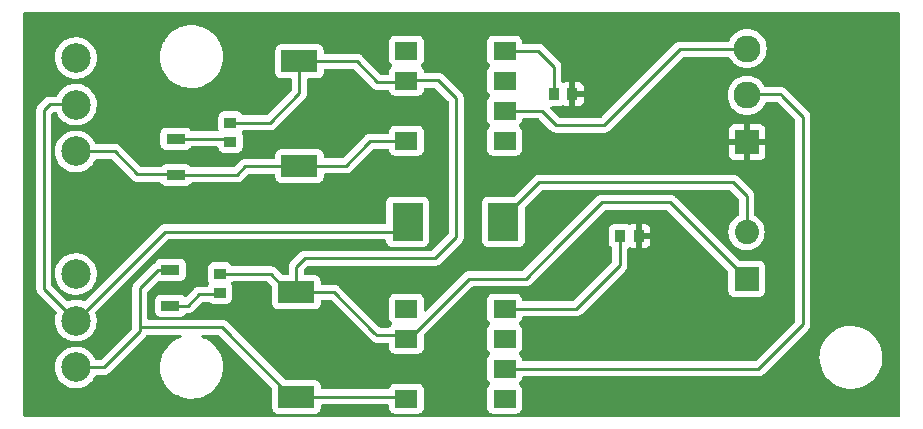
<source format=gbr>
%TF.GenerationSoftware,KiCad,Pcbnew,(6.0.2)*%
%TF.CreationDate,2022-03-05T20:41:56-07:00*%
%TF.ProjectId,H0001-Solenoid-Driver,48303030-312d-4536-9f6c-656e6f69642d,rev?*%
%TF.SameCoordinates,Original*%
%TF.FileFunction,Copper,L1,Top*%
%TF.FilePolarity,Positive*%
%FSLAX46Y46*%
G04 Gerber Fmt 4.6, Leading zero omitted, Abs format (unit mm)*
G04 Created by KiCad (PCBNEW (6.0.2)) date 2022-03-05 20:41:56*
%MOMM*%
%LPD*%
G01*
G04 APERTURE LIST*
%TA.AperFunction,SMDPad,CuDef*%
%ADD10R,3.048000X1.854200*%
%TD*%
%TA.AperFunction,SMDPad,CuDef*%
%ADD11R,0.940000X1.020000*%
%TD*%
%TA.AperFunction,ComponentPad*%
%ADD12R,2.050000X2.050000*%
%TD*%
%TA.AperFunction,ComponentPad*%
%ADD13C,2.050000*%
%TD*%
%TA.AperFunction,SMDPad,CuDef*%
%ADD14R,1.600000X0.855600*%
%TD*%
%TA.AperFunction,ComponentPad*%
%ADD15C,2.500000*%
%TD*%
%TA.AperFunction,SMDPad,CuDef*%
%ADD16R,1.900000X1.500000*%
%TD*%
%TA.AperFunction,ComponentPad*%
%ADD17C,2.286000*%
%TD*%
%TA.AperFunction,SMDPad,CuDef*%
%ADD18R,2.620000X3.200000*%
%TD*%
%TA.AperFunction,SMDPad,CuDef*%
%ADD19R,1.020000X0.940000*%
%TD*%
%TA.AperFunction,ViaPad*%
%ADD20C,0.800000*%
%TD*%
%TA.AperFunction,Conductor*%
%ADD21C,0.254000*%
%TD*%
G04 APERTURE END LIST*
D10*
%TO.P,RV2,1*%
%TO.N,Net-(C2-Pad1)*%
X116586000Y-97900500D03*
%TO.P,RV2,2*%
%TO.N,AC_NEU*%
X116586000Y-89043500D03*
%TD*%
D11*
%TO.P,R1,1*%
%TO.N,Earth*%
X139954000Y-72263000D03*
%TO.P,R1,2*%
%TO.N,Net-(K1-Pad4)*%
X138374000Y-72263000D03*
%TD*%
D12*
%TO.P,P1,1,1*%
%TO.N,AC_NEU*%
X154689700Y-87900100D03*
D13*
%TO.P,P1,2,2*%
%TO.N,Net-(F1-Pad1)*%
X154689700Y-83940100D03*
%TD*%
D14*
%TO.P,C1,1*%
%TO.N,Net-(C1-Pad1)*%
X106375200Y-79099401D03*
%TO.P,C1,2*%
%TO.N,Net-(C1-Pad2)*%
X106375200Y-76043799D03*
%TD*%
D15*
%TO.P,P4,1,1*%
%TO.N,Net-(C2-Pad1)*%
X97915000Y-95400000D03*
%TO.P,P4,2,2*%
%TO.N,AC_HOT*%
X97915000Y-91440000D03*
%TO.P,P4,3,3*%
%TO.N,unconnected-(P4-Pad3)*%
X97915000Y-87480000D03*
%TD*%
%TO.P,P3,1,1*%
%TO.N,Net-(C1-Pad1)*%
X97915000Y-77112000D03*
%TO.P,P3,2,2*%
%TO.N,AC_HOT*%
X97915000Y-73152000D03*
%TO.P,P3,3,3*%
%TO.N,unconnected-(P3-Pad3)*%
X97915000Y-69192000D03*
%TD*%
D16*
%TO.P,K2,1*%
%TO.N,unconnected-(K2-Pad1)*%
X134198000Y-98044000D03*
%TO.P,K2,2*%
%TO.N,OX*%
X134198000Y-95504000D03*
%TO.P,K2,3*%
%TO.N,unconnected-(K2-Pad3)*%
X134198000Y-92964000D03*
%TO.P,K2,4*%
%TO.N,Net-(K2-Pad4)*%
X134198000Y-90424000D03*
%TO.P,K2,5*%
%TO.N,unconnected-(K2-Pad5)*%
X125898000Y-90424000D03*
%TO.P,K2,6*%
%TO.N,AC_NEU*%
X125898000Y-92964000D03*
%TO.P,K2,8*%
%TO.N,Net-(C2-Pad1)*%
X125898000Y-98044000D03*
%TD*%
%TO.P,K1,1*%
%TO.N,unconnected-(K1-Pad1)*%
X134198000Y-76200000D03*
%TO.P,K1,2*%
%TO.N,PRESS*%
X134198000Y-73660000D03*
%TO.P,K1,3*%
%TO.N,unconnected-(K1-Pad3)*%
X134198000Y-71120000D03*
%TO.P,K1,4*%
%TO.N,Net-(K1-Pad4)*%
X134198000Y-68580000D03*
%TO.P,K1,5*%
%TO.N,unconnected-(K1-Pad5)*%
X125898000Y-68580000D03*
%TO.P,K1,6*%
%TO.N,AC_NEU*%
X125898000Y-71120000D03*
%TO.P,K1,8*%
%TO.N,Net-(C1-Pad1)*%
X125898000Y-76200000D03*
%TD*%
D10*
%TO.P,RV1,1*%
%TO.N,Net-(C1-Pad1)*%
X116840000Y-78342500D03*
%TO.P,RV1,2*%
%TO.N,AC_NEU*%
X116840000Y-69485500D03*
%TD*%
D12*
%TO.P,P2,1,1*%
%TO.N,Earth*%
X154740500Y-76316500D03*
D17*
%TO.P,P2,2,2*%
%TO.N,OX*%
X154740500Y-72356500D03*
%TO.P,P2,3,3*%
%TO.N,PRESS*%
X154740500Y-68396500D03*
%TD*%
D18*
%TO.P,F1,1*%
%TO.N,Net-(F1-Pad1)*%
X134095000Y-83058000D03*
%TO.P,F1,2*%
%TO.N,AC_HOT*%
X126001000Y-83058000D03*
%TD*%
D11*
%TO.P,R3,1*%
%TO.N,Earth*%
X145570000Y-84277200D03*
%TO.P,R3,2*%
%TO.N,Net-(K2-Pad4)*%
X143990000Y-84277200D03*
%TD*%
D19*
%TO.P,R4,1*%
%TO.N,AC_NEU*%
X110109000Y-87475000D03*
%TO.P,R4,2*%
%TO.N,Net-(C2-Pad2)*%
X110109000Y-89055000D03*
%TD*%
D14*
%TO.P,C2,1*%
%TO.N,Net-(C2-Pad1)*%
X105918000Y-87118199D03*
%TO.P,C2,2*%
%TO.N,Net-(C2-Pad2)*%
X105918000Y-90173801D03*
%TD*%
D19*
%TO.P,R2,1*%
%TO.N,AC_NEU*%
X110998000Y-74698800D03*
%TO.P,R2,2*%
%TO.N,Net-(C1-Pad2)*%
X110998000Y-76278800D03*
%TD*%
D20*
%TO.N,Earth*%
X147116800Y-84277200D03*
X142544800Y-71323200D03*
%TD*%
D21*
%TO.N,Net-(C2-Pad1)*%
X110286800Y-91998800D02*
X116332000Y-98044000D01*
X103327200Y-91998800D02*
X105105200Y-91998800D01*
X103327200Y-92354400D02*
X103327200Y-91998800D01*
X103327200Y-91998800D02*
X103327200Y-88696800D01*
X105105200Y-91998800D02*
X110286800Y-91998800D01*
%TO.N,Net-(C1-Pad1)*%
X103073200Y-78994000D02*
X103124000Y-79044800D01*
X122834400Y-76250800D02*
X125984000Y-76250800D01*
X120742700Y-78342500D02*
X122580400Y-76504800D01*
X103124000Y-79044800D02*
X106324400Y-79044800D01*
X111552999Y-79099401D02*
X112268000Y-78384400D01*
X122580400Y-76504800D02*
X122834400Y-76250800D01*
X106375200Y-79099401D02*
X111552999Y-79099401D01*
X97915000Y-77112000D02*
X101191200Y-77112000D01*
X112268000Y-78384400D02*
X116586000Y-78384400D01*
X101191200Y-77112000D02*
X103073200Y-78994000D01*
X116840000Y-78342500D02*
X120742700Y-78342500D01*
%TO.N,Net-(C1-Pad2)*%
X106375200Y-76043799D02*
X110841799Y-76043799D01*
%TO.N,Net-(C2-Pad1)*%
X116586000Y-97900500D02*
X125535700Y-97900500D01*
X103327200Y-88696800D02*
X104851200Y-87172800D01*
X104851200Y-87172800D02*
X105308400Y-87172800D01*
X100281600Y-95400000D02*
X103327200Y-92354400D01*
X97915000Y-95400000D02*
X100281600Y-95400000D01*
%TO.N,Net-(C2-Pad2)*%
X107387399Y-90173801D02*
X108356400Y-89204800D01*
X108356400Y-89204800D02*
X110032800Y-89204800D01*
X105918000Y-90173801D02*
X107387399Y-90173801D01*
%TO.N,Net-(F1-Pad1)*%
X153517600Y-79705200D02*
X137718800Y-79705200D01*
X137160000Y-79705200D02*
X134112000Y-82753200D01*
X137718800Y-79705200D02*
X137160000Y-79705200D01*
X154689700Y-83940100D02*
X154689700Y-80877300D01*
X134061200Y-82753200D02*
X134010400Y-82804000D01*
X154689700Y-80877300D02*
X153517600Y-79705200D01*
%TO.N,AC_HOT*%
X97915000Y-91440000D02*
X105433400Y-83921600D01*
X95707200Y-73101200D02*
X97942400Y-73101200D01*
X95199200Y-75285600D02*
X95199200Y-73609200D01*
X97915000Y-91440000D02*
X95199200Y-88724200D01*
X95199200Y-73609200D02*
X95707200Y-73101200D01*
X110540800Y-83921600D02*
X125730000Y-83921600D01*
X95199200Y-88724200D02*
X95199200Y-75285600D01*
X105433400Y-83921600D02*
X110540800Y-83921600D01*
%TO.N,PRESS*%
X137363200Y-73660000D02*
X138582400Y-74879200D01*
X134198000Y-73660000D02*
X137363200Y-73660000D01*
X148640800Y-68884800D02*
X149047200Y-68478400D01*
X142646400Y-74879200D02*
X148640800Y-68884800D01*
X149047200Y-68478400D02*
X154787600Y-68478400D01*
X138582400Y-74879200D02*
X141528800Y-74879200D01*
X141528800Y-74879200D02*
X141681200Y-74879200D01*
X141681200Y-74879200D02*
X142646400Y-74879200D01*
%TO.N,Net-(K1-Pad4)*%
X137160000Y-68732400D02*
X137058400Y-68630800D01*
X138374000Y-72263000D02*
X138374000Y-69946400D01*
X137058400Y-68630800D02*
X134416800Y-68630800D01*
X138374000Y-69946400D02*
X137160000Y-68732400D01*
%TO.N,AC_NEU*%
X119777500Y-89043500D02*
X123190000Y-92456000D01*
X135991600Y-87884000D02*
X132588000Y-87884000D01*
X116586000Y-86868000D02*
X117297200Y-86156800D01*
X142443200Y-81432400D02*
X138633200Y-85242400D01*
X130098800Y-84378800D02*
X130098800Y-72593200D01*
X116586000Y-89043500D02*
X116586000Y-86868000D01*
X121707900Y-69485500D02*
X123444000Y-71221600D01*
X123444000Y-71221600D02*
X123494800Y-71272400D01*
X116586000Y-89043500D02*
X119777500Y-89043500D01*
X116840000Y-69485500D02*
X121352300Y-69485500D01*
X123494800Y-71272400D02*
X126034800Y-71272400D01*
X114399000Y-87475000D02*
X115316000Y-88392000D01*
X131216400Y-87884000D02*
X126187200Y-92913200D01*
X148222000Y-81432400D02*
X142443200Y-81432400D01*
X130098800Y-72593200D02*
X128574800Y-71069200D01*
X138633200Y-85242400D02*
X135991600Y-87884000D01*
X110109000Y-87475000D02*
X114399000Y-87475000D01*
X128320800Y-86156800D02*
X130098800Y-84378800D01*
X123393200Y-92659200D02*
X125984000Y-92659200D01*
X128574800Y-71069200D02*
X126187200Y-71069200D01*
X110998000Y-74698800D02*
X114328000Y-74698800D01*
X116840000Y-72186800D02*
X116840000Y-69646800D01*
X117297200Y-86156800D02*
X128320800Y-86156800D01*
X116738400Y-72288400D02*
X116840000Y-72186800D01*
X154689700Y-87900100D02*
X148222000Y-81432400D01*
X121352300Y-69485500D02*
X121707900Y-69485500D01*
X123190000Y-92456000D02*
X123393200Y-92659200D01*
X114328000Y-74698800D02*
X116738400Y-72288400D01*
X132588000Y-87884000D02*
X131216400Y-87884000D01*
%TO.N,OX*%
X159461200Y-74168000D02*
X157683200Y-72390000D01*
X157683200Y-72390000D02*
X157581600Y-72288400D01*
X159461200Y-91744800D02*
X159461200Y-74168000D01*
X134198000Y-95504000D02*
X155702000Y-95504000D01*
X155702000Y-95504000D02*
X159461200Y-91744800D01*
X157581600Y-72288400D02*
X154584400Y-72288400D01*
%TO.N,Net-(K2-Pad4)*%
X134198000Y-90424000D02*
X140258800Y-90424000D01*
X140258800Y-90424000D02*
X143967200Y-86715600D01*
X143967200Y-86715600D02*
X143967200Y-84175600D01*
%TO.N,Earth*%
X145570000Y-84277200D02*
X147116800Y-84277200D01*
X141605000Y-72263000D02*
X142544800Y-71323200D01*
X139954000Y-72263000D02*
X141605000Y-72263000D01*
%TD*%
%TA.AperFunction,Conductor*%
%TO.N,Earth*%
G36*
X167632921Y-65298002D02*
G01*
X167679414Y-65351658D01*
X167690800Y-65404000D01*
X167690800Y-99492800D01*
X167670798Y-99560921D01*
X167617142Y-99607414D01*
X167564800Y-99618800D01*
X93598000Y-99618800D01*
X93529879Y-99598798D01*
X93483386Y-99545142D01*
X93472000Y-99492800D01*
X93472000Y-95353839D01*
X96152173Y-95353839D01*
X96152397Y-95358505D01*
X96152397Y-95358511D01*
X96156604Y-95446089D01*
X96164713Y-95614908D01*
X96215704Y-95871256D01*
X96304026Y-96117252D01*
X96306242Y-96121376D01*
X96396304Y-96288990D01*
X96427737Y-96347491D01*
X96430532Y-96351234D01*
X96430534Y-96351237D01*
X96581330Y-96553177D01*
X96581335Y-96553183D01*
X96584122Y-96556915D01*
X96587431Y-96560195D01*
X96587436Y-96560201D01*
X96763872Y-96735103D01*
X96769743Y-96740923D01*
X96773505Y-96743681D01*
X96773508Y-96743684D01*
X96973845Y-96890577D01*
X96980524Y-96895474D01*
X96984667Y-96897654D01*
X96984669Y-96897655D01*
X97207684Y-97014989D01*
X97207689Y-97014991D01*
X97211834Y-97017172D01*
X97458590Y-97103344D01*
X97463183Y-97104216D01*
X97710785Y-97151224D01*
X97710788Y-97151224D01*
X97715374Y-97152095D01*
X97845959Y-97157226D01*
X97971875Y-97162174D01*
X97971881Y-97162174D01*
X97976543Y-97162357D01*
X98055977Y-97153657D01*
X98231707Y-97134412D01*
X98231712Y-97134411D01*
X98236360Y-97133902D01*
X98349116Y-97104216D01*
X98484594Y-97068548D01*
X98484596Y-97068547D01*
X98489117Y-97067357D01*
X98512670Y-97057238D01*
X98724972Y-96966025D01*
X98729262Y-96964182D01*
X98769386Y-96939353D01*
X98947547Y-96829104D01*
X98947548Y-96829104D01*
X98951519Y-96826646D01*
X98955082Y-96823629D01*
X98955087Y-96823626D01*
X99147439Y-96660787D01*
X99147440Y-96660786D01*
X99151005Y-96657768D01*
X99192775Y-96610139D01*
X99320257Y-96464774D01*
X99320261Y-96464769D01*
X99323339Y-96461259D01*
X99378962Y-96374784D01*
X99462205Y-96245367D01*
X99464733Y-96241437D01*
X99505524Y-96150886D01*
X99524054Y-96109750D01*
X99570269Y-96055855D01*
X99638936Y-96035500D01*
X100202580Y-96035500D01*
X100213814Y-96036030D01*
X100221319Y-96037708D01*
X100289612Y-96035562D01*
X100293569Y-96035500D01*
X100321583Y-96035500D01*
X100325508Y-96035004D01*
X100325509Y-96035004D01*
X100325604Y-96034992D01*
X100337449Y-96034059D01*
X100367270Y-96033122D01*
X100373882Y-96032914D01*
X100373883Y-96032914D01*
X100381805Y-96032665D01*
X100401349Y-96026987D01*
X100420712Y-96022977D01*
X100433040Y-96021420D01*
X100433042Y-96021420D01*
X100440899Y-96020427D01*
X100448263Y-96017511D01*
X100448268Y-96017510D01*
X100482156Y-96004093D01*
X100493385Y-96000248D01*
X100510065Y-95995402D01*
X100535993Y-95987869D01*
X100542820Y-95983831D01*
X100542823Y-95983830D01*
X100553506Y-95977512D01*
X100571264Y-95968812D01*
X100582815Y-95964239D01*
X100582821Y-95964235D01*
X100590188Y-95961319D01*
X100626091Y-95935234D01*
X100636010Y-95928719D01*
X100667368Y-95910174D01*
X100667372Y-95910171D01*
X100674198Y-95906134D01*
X100688582Y-95891750D01*
X100703616Y-95878909D01*
X100713673Y-95871602D01*
X100720087Y-95866942D01*
X100748378Y-95832744D01*
X100756367Y-95823965D01*
X103720683Y-92859650D01*
X103729009Y-92852074D01*
X103735503Y-92847953D01*
X103782286Y-92798134D01*
X103785040Y-92795293D01*
X103804839Y-92775494D01*
X103807263Y-92772369D01*
X103807271Y-92772360D01*
X103807337Y-92772274D01*
X103815045Y-92763249D01*
X103839990Y-92736685D01*
X103845417Y-92730906D01*
X103849443Y-92723584D01*
X103855222Y-92713071D01*
X103866078Y-92696546D01*
X103876528Y-92683074D01*
X103934084Y-92641507D01*
X103976087Y-92634300D01*
X106734952Y-92634300D01*
X106803073Y-92654302D01*
X106849566Y-92707958D01*
X106859670Y-92778232D01*
X106830176Y-92842812D01*
X106772841Y-92880468D01*
X106745140Y-92889202D01*
X106745137Y-92889203D01*
X106741468Y-92890360D01*
X106737971Y-92891954D01*
X106737965Y-92891956D01*
X106449046Y-93023624D01*
X106449042Y-93023626D01*
X106445538Y-93025223D01*
X106442259Y-93027233D01*
X106442256Y-93027234D01*
X106173228Y-93192095D01*
X106168249Y-93195146D01*
X106165245Y-93197536D01*
X106165240Y-93197539D01*
X106067159Y-93275557D01*
X105913736Y-93397595D01*
X105911042Y-93400336D01*
X105911038Y-93400340D01*
X105688487Y-93626810D01*
X105688483Y-93626815D01*
X105685792Y-93629553D01*
X105595724Y-93746932D01*
X105493175Y-93880576D01*
X105487815Y-93887561D01*
X105457144Y-93939631D01*
X105336258Y-94144855D01*
X105322758Y-94167773D01*
X105193080Y-94466012D01*
X105191986Y-94469706D01*
X105191984Y-94469711D01*
X105184149Y-94496162D01*
X105100715Y-94777831D01*
X105047039Y-95098583D01*
X105032854Y-95423485D01*
X105033156Y-95427320D01*
X105051108Y-95655417D01*
X105058370Y-95747695D01*
X105123206Y-96066378D01*
X105226398Y-96374784D01*
X105228052Y-96378253D01*
X105228053Y-96378254D01*
X105265768Y-96457326D01*
X105366405Y-96668316D01*
X105368467Y-96671553D01*
X105368470Y-96671558D01*
X105408953Y-96735103D01*
X105541141Y-96942597D01*
X105543584Y-96945560D01*
X105543585Y-96945562D01*
X105744788Y-97189640D01*
X105748001Y-97193538D01*
X105983902Y-97417399D01*
X106245326Y-97610843D01*
X106386851Y-97690914D01*
X106525019Y-97769086D01*
X106525023Y-97769088D01*
X106528376Y-97770985D01*
X106828832Y-97895438D01*
X106932288Y-97924129D01*
X107138500Y-97981317D01*
X107138508Y-97981319D01*
X107142216Y-97982347D01*
X107463856Y-98030416D01*
X107467154Y-98030560D01*
X107578918Y-98035440D01*
X107578922Y-98035440D01*
X107580294Y-98035500D01*
X107778598Y-98035500D01*
X108020605Y-98020698D01*
X108024388Y-98019997D01*
X108024395Y-98019996D01*
X108224459Y-97982916D01*
X108340372Y-97961433D01*
X108549682Y-97895438D01*
X108646860Y-97864798D01*
X108646863Y-97864797D01*
X108650532Y-97863640D01*
X108654029Y-97862046D01*
X108654035Y-97862044D01*
X108942954Y-97730376D01*
X108942958Y-97730374D01*
X108946462Y-97728777D01*
X109223751Y-97558854D01*
X109226755Y-97556464D01*
X109226760Y-97556461D01*
X109351008Y-97457629D01*
X109478264Y-97356405D01*
X109480958Y-97353664D01*
X109480962Y-97353660D01*
X109703513Y-97127190D01*
X109703517Y-97127185D01*
X109706208Y-97124447D01*
X109885663Y-96890577D01*
X109901835Y-96869502D01*
X109901837Y-96869498D01*
X109904185Y-96866439D01*
X110029169Y-96654257D01*
X110067289Y-96589543D01*
X110067291Y-96589540D01*
X110069242Y-96586227D01*
X110198920Y-96287988D01*
X110205582Y-96265500D01*
X110250799Y-96112848D01*
X110291285Y-95976169D01*
X110344961Y-95655417D01*
X110359146Y-95330515D01*
X110343992Y-95137969D01*
X110333932Y-95010140D01*
X110333932Y-95010137D01*
X110333630Y-95006305D01*
X110268794Y-94687622D01*
X110165602Y-94379216D01*
X110025595Y-94085684D01*
X109850859Y-93811403D01*
X109807428Y-93758717D01*
X109646442Y-93563425D01*
X109646438Y-93563420D01*
X109643999Y-93560462D01*
X109408098Y-93336601D01*
X109146674Y-93143157D01*
X108941781Y-93027234D01*
X108866981Y-92984914D01*
X108866977Y-92984912D01*
X108863624Y-92983015D01*
X108847768Y-92976447D01*
X108606979Y-92876709D01*
X108551698Y-92832161D01*
X108529277Y-92764797D01*
X108546835Y-92696006D01*
X108598797Y-92647628D01*
X108655197Y-92634300D01*
X109971378Y-92634300D01*
X110039499Y-92654302D01*
X110060473Y-92671205D01*
X114516595Y-97127328D01*
X114550621Y-97189640D01*
X114553500Y-97216423D01*
X114553500Y-98875734D01*
X114560255Y-98937916D01*
X114611385Y-99074305D01*
X114698739Y-99190861D01*
X114815295Y-99278215D01*
X114951684Y-99329345D01*
X115013866Y-99336100D01*
X118158134Y-99336100D01*
X118220316Y-99329345D01*
X118356705Y-99278215D01*
X118473261Y-99190861D01*
X118560615Y-99074305D01*
X118611745Y-98937916D01*
X118618500Y-98875734D01*
X118618500Y-98662000D01*
X118638502Y-98593879D01*
X118692158Y-98547386D01*
X118744500Y-98536000D01*
X124313500Y-98536000D01*
X124381621Y-98556002D01*
X124428114Y-98609658D01*
X124439500Y-98662000D01*
X124439500Y-98842134D01*
X124446255Y-98904316D01*
X124497385Y-99040705D01*
X124584739Y-99157261D01*
X124701295Y-99244615D01*
X124837684Y-99295745D01*
X124899866Y-99302500D01*
X126896134Y-99302500D01*
X126958316Y-99295745D01*
X127094705Y-99244615D01*
X127211261Y-99157261D01*
X127298615Y-99040705D01*
X127349745Y-98904316D01*
X127356500Y-98842134D01*
X132739500Y-98842134D01*
X132746255Y-98904316D01*
X132797385Y-99040705D01*
X132884739Y-99157261D01*
X133001295Y-99244615D01*
X133137684Y-99295745D01*
X133199866Y-99302500D01*
X135196134Y-99302500D01*
X135258316Y-99295745D01*
X135394705Y-99244615D01*
X135511261Y-99157261D01*
X135598615Y-99040705D01*
X135649745Y-98904316D01*
X135656500Y-98842134D01*
X135656500Y-97245866D01*
X135649745Y-97183684D01*
X135598615Y-97047295D01*
X135511261Y-96930739D01*
X135504080Y-96925357D01*
X135436657Y-96874826D01*
X135394142Y-96817966D01*
X135389116Y-96747148D01*
X135423176Y-96684855D01*
X135436657Y-96673174D01*
X135504080Y-96622643D01*
X135504081Y-96622642D01*
X135511261Y-96617261D01*
X135598615Y-96500705D01*
X135649745Y-96364316D01*
X135656500Y-96302134D01*
X135656500Y-96265500D01*
X135676502Y-96197379D01*
X135730158Y-96150886D01*
X135782500Y-96139500D01*
X155622980Y-96139500D01*
X155634214Y-96140030D01*
X155641719Y-96141708D01*
X155710012Y-96139562D01*
X155713969Y-96139500D01*
X155741983Y-96139500D01*
X155745908Y-96139004D01*
X155745909Y-96139004D01*
X155746004Y-96138992D01*
X155757849Y-96138059D01*
X155787670Y-96137122D01*
X155794282Y-96136914D01*
X155794283Y-96136914D01*
X155802205Y-96136665D01*
X155821749Y-96130987D01*
X155841112Y-96126977D01*
X155853440Y-96125420D01*
X155853442Y-96125420D01*
X155861299Y-96124427D01*
X155868663Y-96121511D01*
X155868668Y-96121510D01*
X155902556Y-96108093D01*
X155913785Y-96104248D01*
X155930465Y-96099402D01*
X155956393Y-96091869D01*
X155963220Y-96087831D01*
X155963223Y-96087830D01*
X155973906Y-96081512D01*
X155991664Y-96072812D01*
X156003215Y-96068239D01*
X156003221Y-96068235D01*
X156010588Y-96065319D01*
X156046491Y-96039234D01*
X156056410Y-96032719D01*
X156087768Y-96014174D01*
X156087772Y-96014171D01*
X156094598Y-96010134D01*
X156108982Y-95995750D01*
X156124016Y-95982909D01*
X156134073Y-95975602D01*
X156140487Y-95970942D01*
X156168778Y-95936744D01*
X156176767Y-95927965D01*
X157519447Y-94585285D01*
X160862054Y-94585285D01*
X160869821Y-94683973D01*
X160884344Y-94868500D01*
X160887570Y-94909495D01*
X160952406Y-95228178D01*
X161055598Y-95536584D01*
X161195605Y-95830116D01*
X161197667Y-95833353D01*
X161197670Y-95833358D01*
X161230401Y-95884735D01*
X161370341Y-96104397D01*
X161372784Y-96107360D01*
X161372785Y-96107362D01*
X161522508Y-96288990D01*
X161577201Y-96355338D01*
X161813102Y-96579199D01*
X162074526Y-96772643D01*
X162193991Y-96840233D01*
X162354219Y-96930886D01*
X162354223Y-96930888D01*
X162357576Y-96932785D01*
X162361137Y-96934260D01*
X162361139Y-96934261D01*
X162381264Y-96942597D01*
X162658032Y-97057238D01*
X162698815Y-97068548D01*
X162967700Y-97143117D01*
X162967708Y-97143119D01*
X162971416Y-97144147D01*
X163293056Y-97192216D01*
X163296354Y-97192360D01*
X163408118Y-97197240D01*
X163408122Y-97197240D01*
X163409494Y-97197300D01*
X163607798Y-97197300D01*
X163849805Y-97182498D01*
X163853588Y-97181797D01*
X163853595Y-97181796D01*
X164053659Y-97144716D01*
X164169572Y-97123233D01*
X164378882Y-97057238D01*
X164476060Y-97026598D01*
X164476063Y-97026597D01*
X164479732Y-97025440D01*
X164483229Y-97023846D01*
X164483235Y-97023844D01*
X164772154Y-96892176D01*
X164772158Y-96892174D01*
X164775662Y-96890577D01*
X164778944Y-96888566D01*
X165049673Y-96722663D01*
X165049676Y-96722661D01*
X165052951Y-96720654D01*
X165055955Y-96718264D01*
X165055960Y-96718261D01*
X165221949Y-96586227D01*
X165307464Y-96518205D01*
X165310158Y-96515464D01*
X165310162Y-96515460D01*
X165532713Y-96288990D01*
X165532717Y-96288985D01*
X165535408Y-96286247D01*
X165704120Y-96066378D01*
X165731035Y-96031302D01*
X165731037Y-96031298D01*
X165733385Y-96028239D01*
X165898442Y-95748027D01*
X166028120Y-95449788D01*
X166034776Y-95427320D01*
X166119391Y-95141661D01*
X166120485Y-95137969D01*
X166174161Y-94817217D01*
X166188346Y-94492315D01*
X166171476Y-94277966D01*
X166163132Y-94171940D01*
X166163132Y-94171937D01*
X166162830Y-94168105D01*
X166097994Y-93849422D01*
X165994802Y-93541016D01*
X165854795Y-93247484D01*
X165845818Y-93233392D01*
X165770802Y-93115641D01*
X165680059Y-92973203D01*
X165677615Y-92970238D01*
X165475642Y-92725225D01*
X165475638Y-92725220D01*
X165473199Y-92722262D01*
X165237298Y-92498401D01*
X164975874Y-92304957D01*
X164767575Y-92187107D01*
X164696181Y-92146714D01*
X164696177Y-92146712D01*
X164692824Y-92144815D01*
X164652406Y-92128073D01*
X164563309Y-92091168D01*
X164392368Y-92020362D01*
X164240946Y-91978369D01*
X164082700Y-91934483D01*
X164082692Y-91934481D01*
X164078984Y-91933453D01*
X163757344Y-91885384D01*
X163754046Y-91885240D01*
X163642282Y-91880360D01*
X163642278Y-91880360D01*
X163640906Y-91880300D01*
X163442602Y-91880300D01*
X163200595Y-91895102D01*
X163196812Y-91895803D01*
X163196805Y-91895804D01*
X163047329Y-91923508D01*
X162880828Y-91954367D01*
X162696258Y-92012562D01*
X162574340Y-92051002D01*
X162574337Y-92051003D01*
X162570668Y-92052160D01*
X162567171Y-92053754D01*
X162567165Y-92053756D01*
X162278246Y-92185424D01*
X162278242Y-92185426D01*
X162274738Y-92187023D01*
X162271459Y-92189033D01*
X162271456Y-92189034D01*
X162127622Y-92277176D01*
X161997449Y-92356946D01*
X161994445Y-92359336D01*
X161994440Y-92359339D01*
X161954339Y-92391237D01*
X161742936Y-92559395D01*
X161740242Y-92562136D01*
X161740238Y-92562140D01*
X161517687Y-92788610D01*
X161517683Y-92788615D01*
X161514992Y-92791353D01*
X161404404Y-92935474D01*
X161333994Y-93027234D01*
X161317015Y-93049361D01*
X161259479Y-93147038D01*
X161160718Y-93314702D01*
X161151958Y-93329573D01*
X161022280Y-93627812D01*
X161021186Y-93631506D01*
X161021184Y-93631511D01*
X160986995Y-93746932D01*
X160929915Y-93939631D01*
X160876239Y-94260383D01*
X160862054Y-94585285D01*
X157519447Y-94585285D01*
X159854683Y-92250050D01*
X159863009Y-92242474D01*
X159869503Y-92238353D01*
X159916286Y-92188534D01*
X159919040Y-92185693D01*
X159938839Y-92165894D01*
X159941268Y-92162763D01*
X159941272Y-92162758D01*
X159941339Y-92162672D01*
X159949047Y-92153647D01*
X159973992Y-92127083D01*
X159979417Y-92121306D01*
X159983235Y-92114361D01*
X159983238Y-92114357D01*
X159989226Y-92103466D01*
X160000078Y-92086945D01*
X160002047Y-92084406D01*
X160012550Y-92070866D01*
X160030171Y-92030145D01*
X160035392Y-92019489D01*
X160052948Y-91987555D01*
X160052950Y-91987549D01*
X160056769Y-91980603D01*
X160058740Y-91972928D01*
X160058742Y-91972922D01*
X160061831Y-91960889D01*
X160068234Y-91942187D01*
X160076317Y-91923508D01*
X160077557Y-91915682D01*
X160077558Y-91915677D01*
X160083260Y-91879680D01*
X160085666Y-91868060D01*
X160094728Y-91832763D01*
X160094728Y-91832762D01*
X160096700Y-91825082D01*
X160096700Y-91804734D01*
X160098251Y-91785023D01*
X160100195Y-91772749D01*
X160101435Y-91764920D01*
X160097259Y-91720744D01*
X160096700Y-91708886D01*
X160096700Y-74247032D01*
X160097230Y-74235793D01*
X160098909Y-74228281D01*
X160097413Y-74180666D01*
X160096762Y-74159970D01*
X160096700Y-74156012D01*
X160096700Y-74128017D01*
X160096192Y-74123994D01*
X160095259Y-74112152D01*
X160095226Y-74111085D01*
X160093865Y-74067795D01*
X160088187Y-74048251D01*
X160084177Y-74028888D01*
X160082620Y-74016560D01*
X160082620Y-74016558D01*
X160081627Y-74008701D01*
X160078711Y-74001337D01*
X160078710Y-74001332D01*
X160065293Y-73967444D01*
X160061448Y-73956215D01*
X160051280Y-73921219D01*
X160049069Y-73913607D01*
X160038710Y-73896091D01*
X160030013Y-73878341D01*
X160022519Y-73859412D01*
X159996438Y-73823514D01*
X159989922Y-73813594D01*
X159971373Y-73782229D01*
X159971371Y-73782226D01*
X159967335Y-73775402D01*
X159952947Y-73761014D01*
X159940106Y-73745980D01*
X159932802Y-73735927D01*
X159928142Y-73729513D01*
X159893950Y-73701227D01*
X159885171Y-73693238D01*
X158086856Y-71894923D01*
X158079278Y-71886596D01*
X158075153Y-71880097D01*
X158067629Y-71873031D01*
X158025333Y-71833313D01*
X158022491Y-71830558D01*
X158002694Y-71810761D01*
X157999569Y-71808337D01*
X157999560Y-71808329D01*
X157999474Y-71808263D01*
X157990449Y-71800555D01*
X157963885Y-71775610D01*
X157958106Y-71770183D01*
X157940269Y-71760377D01*
X157923753Y-71749527D01*
X157907667Y-71737050D01*
X157866934Y-71719424D01*
X157856286Y-71714207D01*
X157844658Y-71707815D01*
X157817403Y-71692831D01*
X157809728Y-71690860D01*
X157809722Y-71690858D01*
X157797689Y-71687769D01*
X157778987Y-71681366D01*
X157760308Y-71673283D01*
X157726472Y-71667924D01*
X157716473Y-71666340D01*
X157704860Y-71663935D01*
X157661882Y-71652900D01*
X157641535Y-71652900D01*
X157621824Y-71651349D01*
X157609550Y-71649405D01*
X157601721Y-71648165D01*
X157593829Y-71648911D01*
X157557544Y-71652341D01*
X157545686Y-71652900D01*
X156316822Y-71652900D01*
X156248701Y-71632898D01*
X156209390Y-71592735D01*
X156116636Y-71441376D01*
X156080723Y-71382771D01*
X156017046Y-71308214D01*
X155915111Y-71188864D01*
X155911898Y-71185102D01*
X155714229Y-71016277D01*
X155492584Y-70880452D01*
X155488014Y-70878559D01*
X155488012Y-70878558D01*
X155256993Y-70782867D01*
X155256991Y-70782866D01*
X155252420Y-70780973D01*
X155138927Y-70753726D01*
X155004463Y-70721444D01*
X155004457Y-70721443D01*
X154999650Y-70720289D01*
X154740500Y-70699893D01*
X154481350Y-70720289D01*
X154476543Y-70721443D01*
X154476537Y-70721444D01*
X154342073Y-70753726D01*
X154228580Y-70780973D01*
X154224009Y-70782866D01*
X154224007Y-70782867D01*
X153992988Y-70878558D01*
X153992986Y-70878559D01*
X153988416Y-70880452D01*
X153766771Y-71016277D01*
X153569102Y-71185102D01*
X153565889Y-71188864D01*
X153463955Y-71308214D01*
X153400277Y-71382771D01*
X153264452Y-71604416D01*
X153262559Y-71608986D01*
X153262558Y-71608988D01*
X153178981Y-71810761D01*
X153164973Y-71844580D01*
X153152998Y-71894460D01*
X153125500Y-72009000D01*
X153104289Y-72097350D01*
X153083893Y-72356500D01*
X153104289Y-72615650D01*
X153105443Y-72620457D01*
X153105444Y-72620463D01*
X153126819Y-72709495D01*
X153164973Y-72868420D01*
X153166866Y-72872991D01*
X153166867Y-72872993D01*
X153262533Y-73103950D01*
X153264452Y-73108584D01*
X153400277Y-73330229D01*
X153403494Y-73333996D01*
X153403495Y-73333997D01*
X153489147Y-73434283D01*
X153569102Y-73527898D01*
X153572864Y-73531111D01*
X153762691Y-73693238D01*
X153766771Y-73696723D01*
X153988416Y-73832548D01*
X153992986Y-73834441D01*
X153992988Y-73834442D01*
X154224007Y-73930133D01*
X154228580Y-73932027D01*
X154315043Y-73952785D01*
X154476537Y-73991556D01*
X154476543Y-73991557D01*
X154481350Y-73992711D01*
X154740500Y-74013107D01*
X154999650Y-73992711D01*
X155004457Y-73991557D01*
X155004463Y-73991556D01*
X155165957Y-73952785D01*
X155252420Y-73932027D01*
X155256993Y-73930133D01*
X155488012Y-73834442D01*
X155488014Y-73834441D01*
X155492584Y-73832548D01*
X155714229Y-73696723D01*
X155718310Y-73693238D01*
X155908136Y-73531111D01*
X155911898Y-73527898D01*
X155991853Y-73434283D01*
X156077505Y-73333997D01*
X156077506Y-73333996D01*
X156080723Y-73330229D01*
X156216548Y-73108584D01*
X156218468Y-73103950D01*
X156260828Y-73001682D01*
X156305376Y-72946401D01*
X156377237Y-72923900D01*
X157266178Y-72923900D01*
X157334299Y-72943902D01*
X157355273Y-72960805D01*
X158788795Y-74394328D01*
X158822821Y-74456640D01*
X158825700Y-74483423D01*
X158825700Y-91429377D01*
X158805698Y-91497498D01*
X158788795Y-91518472D01*
X155475672Y-94831595D01*
X155413360Y-94865621D01*
X155386577Y-94868500D01*
X135782500Y-94868500D01*
X135714379Y-94848498D01*
X135667886Y-94794842D01*
X135656500Y-94742500D01*
X135656500Y-94705866D01*
X135649745Y-94643684D01*
X135598615Y-94507295D01*
X135511261Y-94390739D01*
X135491256Y-94375746D01*
X135436657Y-94334826D01*
X135394142Y-94277966D01*
X135389116Y-94207148D01*
X135423176Y-94144855D01*
X135436657Y-94133174D01*
X135504080Y-94082643D01*
X135504081Y-94082642D01*
X135511261Y-94077261D01*
X135598615Y-93960705D01*
X135649745Y-93824316D01*
X135656500Y-93762134D01*
X135656500Y-92165866D01*
X135649745Y-92103684D01*
X135598615Y-91967295D01*
X135511261Y-91850739D01*
X135477027Y-91825082D01*
X135436657Y-91794826D01*
X135394142Y-91737966D01*
X135389116Y-91667148D01*
X135423176Y-91604855D01*
X135436657Y-91593174D01*
X135504080Y-91542643D01*
X135504081Y-91542642D01*
X135511261Y-91537261D01*
X135598615Y-91420705D01*
X135649745Y-91284316D01*
X135656500Y-91222134D01*
X135656500Y-91185500D01*
X135676502Y-91117379D01*
X135730158Y-91070886D01*
X135782500Y-91059500D01*
X140179780Y-91059500D01*
X140191014Y-91060030D01*
X140198519Y-91061708D01*
X140266812Y-91059562D01*
X140270769Y-91059500D01*
X140298783Y-91059500D01*
X140302708Y-91059004D01*
X140302709Y-91059004D01*
X140302804Y-91058992D01*
X140314649Y-91058059D01*
X140344470Y-91057122D01*
X140351082Y-91056914D01*
X140351083Y-91056914D01*
X140359005Y-91056665D01*
X140378549Y-91050987D01*
X140397912Y-91046977D01*
X140410240Y-91045420D01*
X140410242Y-91045420D01*
X140418099Y-91044427D01*
X140425463Y-91041511D01*
X140425468Y-91041510D01*
X140459356Y-91028093D01*
X140470585Y-91024248D01*
X140487265Y-91019402D01*
X140513193Y-91011869D01*
X140520020Y-91007831D01*
X140520023Y-91007830D01*
X140530706Y-91001512D01*
X140548464Y-90992812D01*
X140560015Y-90988239D01*
X140560021Y-90988235D01*
X140567388Y-90985319D01*
X140603291Y-90959234D01*
X140613210Y-90952719D01*
X140644568Y-90934174D01*
X140644572Y-90934171D01*
X140651398Y-90930134D01*
X140665782Y-90915750D01*
X140680816Y-90902909D01*
X140690873Y-90895602D01*
X140697287Y-90890942D01*
X140725578Y-90856744D01*
X140733567Y-90847965D01*
X144360683Y-87220850D01*
X144369009Y-87213274D01*
X144375503Y-87209153D01*
X144422286Y-87159334D01*
X144425040Y-87156493D01*
X144444839Y-87136694D01*
X144447268Y-87133563D01*
X144447272Y-87133558D01*
X144447339Y-87133472D01*
X144455047Y-87124447D01*
X144479992Y-87097883D01*
X144485417Y-87092106D01*
X144489235Y-87085161D01*
X144489238Y-87085157D01*
X144495226Y-87074266D01*
X144506078Y-87057745D01*
X144508047Y-87055206D01*
X144518550Y-87041666D01*
X144536171Y-87000945D01*
X144541392Y-86990289D01*
X144558948Y-86958355D01*
X144558950Y-86958349D01*
X144562769Y-86951403D01*
X144564740Y-86943728D01*
X144564742Y-86943722D01*
X144567831Y-86931689D01*
X144574234Y-86912987D01*
X144582317Y-86894308D01*
X144583557Y-86886482D01*
X144583558Y-86886477D01*
X144589260Y-86850480D01*
X144591666Y-86838860D01*
X144600728Y-86803563D01*
X144600728Y-86803562D01*
X144602700Y-86795882D01*
X144602700Y-86775534D01*
X144604251Y-86755823D01*
X144606195Y-86743549D01*
X144607435Y-86735720D01*
X144603481Y-86693894D01*
X144603259Y-86691544D01*
X144602700Y-86679686D01*
X144602700Y-85364133D01*
X144622702Y-85296012D01*
X144676358Y-85249519D01*
X144684468Y-85246152D01*
X144698298Y-85240967D01*
X144698300Y-85240966D01*
X144706705Y-85237815D01*
X144713888Y-85232431D01*
X144720017Y-85229076D01*
X144789374Y-85213907D01*
X144841035Y-85229076D01*
X144861942Y-85240523D01*
X144982394Y-85285678D01*
X144997649Y-85289305D01*
X145048514Y-85294831D01*
X145055328Y-85295200D01*
X145297885Y-85295200D01*
X145313124Y-85290725D01*
X145314329Y-85289335D01*
X145316000Y-85281652D01*
X145316000Y-85277084D01*
X145824000Y-85277084D01*
X145828475Y-85292323D01*
X145829865Y-85293528D01*
X145837548Y-85295199D01*
X146084669Y-85295199D01*
X146091490Y-85294829D01*
X146142352Y-85289305D01*
X146157604Y-85285679D01*
X146278054Y-85240524D01*
X146293649Y-85231986D01*
X146395724Y-85155485D01*
X146408285Y-85142924D01*
X146484786Y-85040849D01*
X146493324Y-85025254D01*
X146538478Y-84904806D01*
X146542105Y-84889551D01*
X146547631Y-84838686D01*
X146548000Y-84831872D01*
X146548000Y-84549315D01*
X146543525Y-84534076D01*
X146542135Y-84532871D01*
X146534452Y-84531200D01*
X145842115Y-84531200D01*
X145826876Y-84535675D01*
X145825671Y-84537065D01*
X145824000Y-84544748D01*
X145824000Y-85277084D01*
X145316000Y-85277084D01*
X145316000Y-84005085D01*
X145824000Y-84005085D01*
X145828475Y-84020324D01*
X145829865Y-84021529D01*
X145837548Y-84023200D01*
X146529884Y-84023200D01*
X146545123Y-84018725D01*
X146546328Y-84017335D01*
X146547999Y-84009652D01*
X146547999Y-83722531D01*
X146547629Y-83715710D01*
X146542105Y-83664848D01*
X146538479Y-83649596D01*
X146493324Y-83529146D01*
X146484786Y-83513551D01*
X146408285Y-83411476D01*
X146395724Y-83398915D01*
X146293649Y-83322414D01*
X146278054Y-83313876D01*
X146157606Y-83268722D01*
X146142351Y-83265095D01*
X146091486Y-83259569D01*
X146084672Y-83259200D01*
X145842115Y-83259200D01*
X145826876Y-83263675D01*
X145825671Y-83265065D01*
X145824000Y-83272748D01*
X145824000Y-84005085D01*
X145316000Y-84005085D01*
X145316000Y-83277316D01*
X145311525Y-83262077D01*
X145310135Y-83260872D01*
X145302452Y-83259201D01*
X145055331Y-83259201D01*
X145048510Y-83259571D01*
X144997648Y-83265095D01*
X144982396Y-83268721D01*
X144861942Y-83313877D01*
X144841035Y-83325324D01*
X144771678Y-83340493D01*
X144720017Y-83325324D01*
X144713887Y-83321968D01*
X144706705Y-83316585D01*
X144698304Y-83313436D01*
X144698301Y-83313434D01*
X144589770Y-83272748D01*
X144570316Y-83265455D01*
X144508134Y-83258700D01*
X143471866Y-83258700D01*
X143409684Y-83265455D01*
X143273295Y-83316585D01*
X143156739Y-83403939D01*
X143069385Y-83520495D01*
X143018255Y-83656884D01*
X143011500Y-83719066D01*
X143011500Y-84835334D01*
X143018255Y-84897516D01*
X143069385Y-85033905D01*
X143156739Y-85150461D01*
X143266278Y-85232556D01*
X143273295Y-85237815D01*
X143272536Y-85238828D01*
X143316352Y-85282737D01*
X143331700Y-85343004D01*
X143331700Y-86400177D01*
X143311698Y-86468298D01*
X143294795Y-86489272D01*
X140032472Y-89751595D01*
X139970160Y-89785621D01*
X139943377Y-89788500D01*
X135782500Y-89788500D01*
X135714379Y-89768498D01*
X135667886Y-89714842D01*
X135656500Y-89662500D01*
X135656500Y-89625866D01*
X135649745Y-89563684D01*
X135598615Y-89427295D01*
X135511261Y-89310739D01*
X135394705Y-89223385D01*
X135258316Y-89172255D01*
X135196134Y-89165500D01*
X133199866Y-89165500D01*
X133137684Y-89172255D01*
X133001295Y-89223385D01*
X132884739Y-89310739D01*
X132797385Y-89427295D01*
X132746255Y-89563684D01*
X132739500Y-89625866D01*
X132739500Y-91222134D01*
X132746255Y-91284316D01*
X132797385Y-91420705D01*
X132884739Y-91537261D01*
X132891919Y-91542642D01*
X132891920Y-91542643D01*
X132959343Y-91593174D01*
X133001858Y-91650034D01*
X133006884Y-91720852D01*
X132972824Y-91783145D01*
X132959343Y-91794826D01*
X132918973Y-91825082D01*
X132884739Y-91850739D01*
X132797385Y-91967295D01*
X132746255Y-92103684D01*
X132739500Y-92165866D01*
X132739500Y-93762134D01*
X132746255Y-93824316D01*
X132797385Y-93960705D01*
X132884739Y-94077261D01*
X132891919Y-94082642D01*
X132891920Y-94082643D01*
X132959343Y-94133174D01*
X133001858Y-94190034D01*
X133006884Y-94260852D01*
X132972824Y-94323145D01*
X132959343Y-94334826D01*
X132904744Y-94375746D01*
X132884739Y-94390739D01*
X132797385Y-94507295D01*
X132746255Y-94643684D01*
X132739500Y-94705866D01*
X132739500Y-96302134D01*
X132746255Y-96364316D01*
X132797385Y-96500705D01*
X132884739Y-96617261D01*
X132891919Y-96622642D01*
X132891920Y-96622643D01*
X132959343Y-96673174D01*
X133001858Y-96730034D01*
X133006884Y-96800852D01*
X132972824Y-96863145D01*
X132959343Y-96874826D01*
X132891920Y-96925357D01*
X132884739Y-96930739D01*
X132797385Y-97047295D01*
X132746255Y-97183684D01*
X132739500Y-97245866D01*
X132739500Y-98842134D01*
X127356500Y-98842134D01*
X127356500Y-97245866D01*
X127349745Y-97183684D01*
X127298615Y-97047295D01*
X127211261Y-96930739D01*
X127094705Y-96843385D01*
X126958316Y-96792255D01*
X126896134Y-96785500D01*
X124899866Y-96785500D01*
X124837684Y-96792255D01*
X124701295Y-96843385D01*
X124584739Y-96930739D01*
X124497385Y-97047295D01*
X124494233Y-97055703D01*
X124446425Y-97183230D01*
X124403783Y-97239994D01*
X124337222Y-97264694D01*
X124328443Y-97265000D01*
X118744500Y-97265000D01*
X118676379Y-97244998D01*
X118629886Y-97191342D01*
X118618500Y-97139000D01*
X118618500Y-96925266D01*
X118611745Y-96863084D01*
X118560615Y-96726695D01*
X118473261Y-96610139D01*
X118356705Y-96522785D01*
X118220316Y-96471655D01*
X118158134Y-96464900D01*
X115703822Y-96464900D01*
X115635701Y-96444898D01*
X115614727Y-96427995D01*
X113216290Y-94029557D01*
X110792050Y-91605317D01*
X110784474Y-91596991D01*
X110780353Y-91590497D01*
X110730534Y-91543714D01*
X110727693Y-91540960D01*
X110707894Y-91521161D01*
X110704769Y-91518737D01*
X110704760Y-91518729D01*
X110704674Y-91518663D01*
X110695649Y-91510955D01*
X110669085Y-91486010D01*
X110663306Y-91480583D01*
X110645469Y-91470777D01*
X110628953Y-91459927D01*
X110612867Y-91447450D01*
X110572134Y-91429824D01*
X110561486Y-91424607D01*
X110539094Y-91412297D01*
X110522603Y-91403231D01*
X110514928Y-91401260D01*
X110514922Y-91401258D01*
X110502889Y-91398169D01*
X110484187Y-91391766D01*
X110465508Y-91383683D01*
X110431672Y-91378324D01*
X110421673Y-91376740D01*
X110410060Y-91374335D01*
X110367082Y-91363300D01*
X110346735Y-91363300D01*
X110327024Y-91361749D01*
X110314750Y-91359805D01*
X110306921Y-91358565D01*
X110299029Y-91359311D01*
X110262744Y-91362741D01*
X110250886Y-91363300D01*
X104088700Y-91363300D01*
X104020579Y-91343298D01*
X103974086Y-91289642D01*
X103962700Y-91237300D01*
X103962700Y-90649735D01*
X104609500Y-90649735D01*
X104616255Y-90711917D01*
X104667385Y-90848306D01*
X104754739Y-90964862D01*
X104871295Y-91052216D01*
X105007684Y-91103346D01*
X105069866Y-91110101D01*
X106766134Y-91110101D01*
X106828316Y-91103346D01*
X106964705Y-91052216D01*
X107081261Y-90964862D01*
X107090362Y-90952719D01*
X107160049Y-90859736D01*
X107216908Y-90817221D01*
X107260875Y-90809301D01*
X107308379Y-90809301D01*
X107319613Y-90809831D01*
X107327118Y-90811509D01*
X107395411Y-90809363D01*
X107399368Y-90809301D01*
X107427382Y-90809301D01*
X107431307Y-90808805D01*
X107431308Y-90808805D01*
X107431403Y-90808793D01*
X107443248Y-90807860D01*
X107473069Y-90806923D01*
X107479681Y-90806715D01*
X107479682Y-90806715D01*
X107487604Y-90806466D01*
X107507148Y-90800788D01*
X107526511Y-90796778D01*
X107538839Y-90795221D01*
X107538841Y-90795221D01*
X107546698Y-90794228D01*
X107554062Y-90791312D01*
X107554067Y-90791311D01*
X107587955Y-90777894D01*
X107599184Y-90774049D01*
X107615864Y-90769203D01*
X107641792Y-90761670D01*
X107648619Y-90757632D01*
X107648622Y-90757631D01*
X107659305Y-90751313D01*
X107677063Y-90742613D01*
X107688614Y-90738040D01*
X107688620Y-90738036D01*
X107695987Y-90735120D01*
X107731890Y-90709035D01*
X107741809Y-90702520D01*
X107773167Y-90683975D01*
X107773171Y-90683972D01*
X107779997Y-90679935D01*
X107794381Y-90665551D01*
X107809415Y-90652710D01*
X107819472Y-90645403D01*
X107825886Y-90640743D01*
X107854177Y-90606545D01*
X107862166Y-90597766D01*
X108582727Y-89877205D01*
X108645039Y-89843179D01*
X108671822Y-89840300D01*
X109137387Y-89840300D01*
X109205508Y-89860302D01*
X109226482Y-89877205D01*
X109230357Y-89881080D01*
X109235739Y-89888261D01*
X109352295Y-89975615D01*
X109488684Y-90026745D01*
X109550866Y-90033500D01*
X110667134Y-90033500D01*
X110729316Y-90026745D01*
X110865705Y-89975615D01*
X110982261Y-89888261D01*
X111069615Y-89771705D01*
X111120745Y-89635316D01*
X111127500Y-89573134D01*
X111127500Y-88536866D01*
X111120745Y-88474684D01*
X111100437Y-88420512D01*
X111072766Y-88346699D01*
X111072764Y-88346696D01*
X111069615Y-88338295D01*
X111064232Y-88331113D01*
X111061164Y-88325509D01*
X111045995Y-88256152D01*
X111061163Y-88204493D01*
X111064232Y-88198888D01*
X111069615Y-88191705D01*
X111072766Y-88183299D01*
X111076766Y-88175993D01*
X111127024Y-88125846D01*
X111187287Y-88110500D01*
X114083577Y-88110500D01*
X114151698Y-88130502D01*
X114172673Y-88147405D01*
X114516596Y-88491329D01*
X114550621Y-88553641D01*
X114553500Y-88580424D01*
X114553500Y-90018734D01*
X114560255Y-90080916D01*
X114611385Y-90217305D01*
X114698739Y-90333861D01*
X114815295Y-90421215D01*
X114951684Y-90472345D01*
X115013866Y-90479100D01*
X118158134Y-90479100D01*
X118220316Y-90472345D01*
X118356705Y-90421215D01*
X118473261Y-90333861D01*
X118560615Y-90217305D01*
X118611745Y-90080916D01*
X118618500Y-90018734D01*
X118618500Y-89805000D01*
X118638502Y-89736879D01*
X118692158Y-89690386D01*
X118744500Y-89679000D01*
X119462078Y-89679000D01*
X119530199Y-89699002D01*
X119551173Y-89715905D01*
X122768906Y-92933639D01*
X122768909Y-92933641D01*
X122887945Y-93052677D01*
X122895522Y-93061003D01*
X122899647Y-93067503D01*
X122905425Y-93072929D01*
X122905426Y-93072930D01*
X122949481Y-93114300D01*
X122952323Y-93117055D01*
X122972106Y-93136838D01*
X122975314Y-93139326D01*
X122984343Y-93147037D01*
X123016694Y-93177417D01*
X123023643Y-93181237D01*
X123034529Y-93187222D01*
X123051053Y-93198076D01*
X123067133Y-93210549D01*
X123074410Y-93213698D01*
X123107850Y-93228169D01*
X123118511Y-93233392D01*
X123150447Y-93250949D01*
X123150452Y-93250951D01*
X123157397Y-93254769D01*
X123165071Y-93256739D01*
X123165078Y-93256742D01*
X123177113Y-93259832D01*
X123195818Y-93266236D01*
X123207213Y-93271167D01*
X123214492Y-93274317D01*
X123241542Y-93278601D01*
X123258327Y-93281260D01*
X123269940Y-93283665D01*
X123312918Y-93294700D01*
X123333265Y-93294700D01*
X123352977Y-93296251D01*
X123373079Y-93299435D01*
X123380971Y-93298689D01*
X123417256Y-93295259D01*
X123429114Y-93294700D01*
X124313500Y-93294700D01*
X124381621Y-93314702D01*
X124428114Y-93368358D01*
X124439500Y-93420700D01*
X124439500Y-93762134D01*
X124446255Y-93824316D01*
X124497385Y-93960705D01*
X124584739Y-94077261D01*
X124701295Y-94164615D01*
X124837684Y-94215745D01*
X124899866Y-94222500D01*
X126896134Y-94222500D01*
X126958316Y-94215745D01*
X127094705Y-94164615D01*
X127211261Y-94077261D01*
X127298615Y-93960705D01*
X127349745Y-93824316D01*
X127356500Y-93762134D01*
X127356500Y-92694822D01*
X127376502Y-92626701D01*
X127393405Y-92605727D01*
X131442728Y-88556405D01*
X131505040Y-88522379D01*
X131531823Y-88519500D01*
X135912580Y-88519500D01*
X135923814Y-88520030D01*
X135931319Y-88521708D01*
X135999612Y-88519562D01*
X136003569Y-88519500D01*
X136031583Y-88519500D01*
X136035508Y-88519004D01*
X136035509Y-88519004D01*
X136035604Y-88518992D01*
X136047449Y-88518059D01*
X136077270Y-88517122D01*
X136083882Y-88516914D01*
X136083883Y-88516914D01*
X136091805Y-88516665D01*
X136111349Y-88510987D01*
X136130712Y-88506977D01*
X136143040Y-88505420D01*
X136143042Y-88505420D01*
X136150899Y-88504427D01*
X136158263Y-88501511D01*
X136158268Y-88501510D01*
X136192156Y-88488093D01*
X136203385Y-88484248D01*
X136220065Y-88479402D01*
X136245993Y-88471869D01*
X136252820Y-88467831D01*
X136252823Y-88467830D01*
X136263506Y-88461512D01*
X136281264Y-88452812D01*
X136292815Y-88448239D01*
X136292821Y-88448235D01*
X136300188Y-88445319D01*
X136312378Y-88436463D01*
X136336088Y-88419236D01*
X136346010Y-88412719D01*
X136377368Y-88394174D01*
X136377372Y-88394171D01*
X136384198Y-88390134D01*
X136398582Y-88375750D01*
X136413616Y-88362909D01*
X136423673Y-88355602D01*
X136430087Y-88350942D01*
X136458378Y-88316744D01*
X136466367Y-88307965D01*
X137787178Y-86987155D01*
X139110839Y-85663494D01*
X139110842Y-85663490D01*
X142669528Y-82104805D01*
X142731840Y-82070779D01*
X142758623Y-82067900D01*
X147906578Y-82067900D01*
X147974699Y-82087902D01*
X147995673Y-82104805D01*
X153119295Y-87228428D01*
X153153321Y-87290740D01*
X153156200Y-87317523D01*
X153156200Y-88973234D01*
X153162955Y-89035416D01*
X153214085Y-89171805D01*
X153301439Y-89288361D01*
X153417995Y-89375715D01*
X153554384Y-89426845D01*
X153616566Y-89433600D01*
X155762834Y-89433600D01*
X155825016Y-89426845D01*
X155961405Y-89375715D01*
X156077961Y-89288361D01*
X156165315Y-89171805D01*
X156216445Y-89035416D01*
X156223200Y-88973234D01*
X156223200Y-86826966D01*
X156216445Y-86764784D01*
X156165315Y-86628395D01*
X156077961Y-86511839D01*
X155961405Y-86424485D01*
X155825016Y-86373355D01*
X155762834Y-86366600D01*
X154107122Y-86366600D01*
X154039001Y-86346598D01*
X154018027Y-86329695D01*
X151387799Y-83699466D01*
X148727250Y-81038917D01*
X148719674Y-81030591D01*
X148715553Y-81024097D01*
X148665734Y-80977314D01*
X148662893Y-80974560D01*
X148643094Y-80954761D01*
X148639969Y-80952337D01*
X148639960Y-80952329D01*
X148639874Y-80952263D01*
X148630849Y-80944555D01*
X148604285Y-80919610D01*
X148598506Y-80914183D01*
X148580669Y-80904377D01*
X148564153Y-80893527D01*
X148548067Y-80881050D01*
X148507334Y-80863424D01*
X148496686Y-80858207D01*
X148465901Y-80841283D01*
X148457803Y-80836831D01*
X148450128Y-80834860D01*
X148450122Y-80834858D01*
X148438089Y-80831769D01*
X148419387Y-80825366D01*
X148400708Y-80817283D01*
X148360913Y-80810980D01*
X148356873Y-80810340D01*
X148345260Y-80807935D01*
X148302282Y-80796900D01*
X148281935Y-80796900D01*
X148262224Y-80795349D01*
X148249950Y-80793405D01*
X148242121Y-80792165D01*
X148234229Y-80792911D01*
X148197944Y-80796341D01*
X148186086Y-80796900D01*
X142522232Y-80796900D01*
X142510993Y-80796370D01*
X142503481Y-80794691D01*
X142495556Y-80794940D01*
X142495555Y-80794940D01*
X142435170Y-80796838D01*
X142431212Y-80796900D01*
X142403217Y-80796900D01*
X142399283Y-80797397D01*
X142399281Y-80797397D01*
X142399194Y-80797408D01*
X142387360Y-80798340D01*
X142342995Y-80799735D01*
X142335382Y-80801947D01*
X142335381Y-80801947D01*
X142323452Y-80805413D01*
X142304088Y-80809423D01*
X142291760Y-80810980D01*
X142291758Y-80810980D01*
X142283901Y-80811973D01*
X142276537Y-80814889D01*
X142276532Y-80814890D01*
X142242644Y-80828307D01*
X142231415Y-80832152D01*
X142222102Y-80834858D01*
X142188807Y-80844531D01*
X142181981Y-80848568D01*
X142171291Y-80854890D01*
X142153541Y-80863587D01*
X142134612Y-80871081D01*
X142128198Y-80875741D01*
X142098714Y-80897162D01*
X142088794Y-80903678D01*
X142057429Y-80922227D01*
X142057426Y-80922229D01*
X142050602Y-80926265D01*
X142036214Y-80940653D01*
X142021180Y-80953494D01*
X142004713Y-80965458D01*
X141999660Y-80971566D01*
X141976428Y-80999649D01*
X141968438Y-81008429D01*
X135765272Y-87211595D01*
X135702960Y-87245621D01*
X135676177Y-87248500D01*
X131295432Y-87248500D01*
X131284193Y-87247970D01*
X131276681Y-87246291D01*
X131268756Y-87246540D01*
X131268755Y-87246540D01*
X131208370Y-87248438D01*
X131204412Y-87248500D01*
X131176417Y-87248500D01*
X131172483Y-87248997D01*
X131172481Y-87248997D01*
X131172394Y-87249008D01*
X131160560Y-87249940D01*
X131116195Y-87251335D01*
X131108582Y-87253547D01*
X131108581Y-87253547D01*
X131096652Y-87257013D01*
X131077288Y-87261023D01*
X131064960Y-87262580D01*
X131064958Y-87262580D01*
X131057101Y-87263573D01*
X131049737Y-87266489D01*
X131049732Y-87266490D01*
X131015844Y-87279907D01*
X131004615Y-87283752D01*
X130987935Y-87288598D01*
X130962007Y-87296131D01*
X130955180Y-87300169D01*
X130955177Y-87300170D01*
X130944494Y-87306488D01*
X130926736Y-87315188D01*
X130915185Y-87319761D01*
X130915179Y-87319765D01*
X130907812Y-87322681D01*
X130901401Y-87327339D01*
X130901399Y-87327340D01*
X130871912Y-87348764D01*
X130861990Y-87355281D01*
X130830632Y-87373826D01*
X130830628Y-87373829D01*
X130823802Y-87377866D01*
X130809418Y-87392250D01*
X130794384Y-87405091D01*
X130777913Y-87417058D01*
X130772860Y-87423166D01*
X130749623Y-87451255D01*
X130741633Y-87460035D01*
X127571595Y-90630072D01*
X127509283Y-90664098D01*
X127438467Y-90659033D01*
X127381632Y-90616486D01*
X127356821Y-90549966D01*
X127356500Y-90540977D01*
X127356500Y-89625866D01*
X127349745Y-89563684D01*
X127298615Y-89427295D01*
X127211261Y-89310739D01*
X127094705Y-89223385D01*
X126958316Y-89172255D01*
X126896134Y-89165500D01*
X124899866Y-89165500D01*
X124837684Y-89172255D01*
X124701295Y-89223385D01*
X124584739Y-89310739D01*
X124497385Y-89427295D01*
X124446255Y-89563684D01*
X124439500Y-89625866D01*
X124439500Y-91222134D01*
X124446255Y-91284316D01*
X124497385Y-91420705D01*
X124584739Y-91537261D01*
X124591919Y-91542642D01*
X124591920Y-91542643D01*
X124659343Y-91593174D01*
X124701858Y-91650034D01*
X124706884Y-91720852D01*
X124672824Y-91783145D01*
X124659343Y-91794826D01*
X124618973Y-91825082D01*
X124584739Y-91850739D01*
X124497385Y-91967295D01*
X124495853Y-91966147D01*
X124453560Y-92008351D01*
X124393291Y-92023700D01*
X123708623Y-92023700D01*
X123640502Y-92003698D01*
X123619528Y-91986795D01*
X123611094Y-91978361D01*
X123611090Y-91978358D01*
X120282750Y-88650017D01*
X120275174Y-88641691D01*
X120271053Y-88635197D01*
X120221234Y-88588414D01*
X120218393Y-88585660D01*
X120198594Y-88565861D01*
X120195469Y-88563437D01*
X120195460Y-88563429D01*
X120195374Y-88563363D01*
X120186349Y-88555655D01*
X120169979Y-88540283D01*
X120154006Y-88525283D01*
X120147051Y-88521459D01*
X120136171Y-88515478D01*
X120119653Y-88504627D01*
X120103567Y-88492150D01*
X120062834Y-88474524D01*
X120052186Y-88469307D01*
X120028819Y-88456461D01*
X120013303Y-88447931D01*
X120005628Y-88445960D01*
X120005622Y-88445958D01*
X119993589Y-88442869D01*
X119974887Y-88436466D01*
X119956208Y-88428383D01*
X119916628Y-88422114D01*
X119912373Y-88421440D01*
X119900760Y-88419035D01*
X119857782Y-88408000D01*
X119837435Y-88408000D01*
X119817724Y-88406449D01*
X119805450Y-88404505D01*
X119797621Y-88403265D01*
X119789729Y-88404011D01*
X119753444Y-88407441D01*
X119741586Y-88408000D01*
X118744500Y-88408000D01*
X118676379Y-88387998D01*
X118629886Y-88334342D01*
X118618500Y-88282000D01*
X118618500Y-88068266D01*
X118611745Y-88006084D01*
X118560615Y-87869695D01*
X118473261Y-87753139D01*
X118356705Y-87665785D01*
X118220316Y-87614655D01*
X118158134Y-87607900D01*
X117347500Y-87607900D01*
X117279379Y-87587898D01*
X117232886Y-87534242D01*
X117221500Y-87481900D01*
X117221500Y-87183423D01*
X117241502Y-87115302D01*
X117258405Y-87094327D01*
X117523529Y-86829204D01*
X117585841Y-86795179D01*
X117612624Y-86792300D01*
X128241780Y-86792300D01*
X128253014Y-86792830D01*
X128260519Y-86794508D01*
X128328812Y-86792362D01*
X128332769Y-86792300D01*
X128360783Y-86792300D01*
X128364708Y-86791804D01*
X128364709Y-86791804D01*
X128364804Y-86791792D01*
X128376649Y-86790859D01*
X128406470Y-86789922D01*
X128413082Y-86789714D01*
X128413083Y-86789714D01*
X128421005Y-86789465D01*
X128440549Y-86783787D01*
X128459912Y-86779777D01*
X128472240Y-86778220D01*
X128472242Y-86778220D01*
X128480099Y-86777227D01*
X128487463Y-86774311D01*
X128487468Y-86774310D01*
X128521356Y-86760893D01*
X128532585Y-86757048D01*
X128553026Y-86751109D01*
X128575193Y-86744669D01*
X128582020Y-86740631D01*
X128582023Y-86740630D01*
X128592706Y-86734312D01*
X128610464Y-86725612D01*
X128622015Y-86721039D01*
X128622021Y-86721035D01*
X128629388Y-86718119D01*
X128665291Y-86692034D01*
X128675210Y-86685519D01*
X128706568Y-86666974D01*
X128706572Y-86666971D01*
X128713398Y-86662934D01*
X128727782Y-86648550D01*
X128742816Y-86635709D01*
X128752873Y-86628402D01*
X128759287Y-86623742D01*
X128787578Y-86589544D01*
X128795567Y-86580765D01*
X130492283Y-84884050D01*
X130500609Y-84876474D01*
X130507103Y-84872353D01*
X130553886Y-84822534D01*
X130556640Y-84819693D01*
X130576439Y-84799894D01*
X130578863Y-84796769D01*
X130578871Y-84796760D01*
X130578937Y-84796674D01*
X130586645Y-84787649D01*
X130611590Y-84761085D01*
X130617017Y-84755306D01*
X130626823Y-84737469D01*
X130637673Y-84720953D01*
X130649167Y-84706134D01*
X132276500Y-84706134D01*
X132283255Y-84768316D01*
X132334385Y-84904705D01*
X132421739Y-85021261D01*
X132538295Y-85108615D01*
X132674684Y-85159745D01*
X132736866Y-85166500D01*
X135453134Y-85166500D01*
X135515316Y-85159745D01*
X135651705Y-85108615D01*
X135768261Y-85021261D01*
X135855615Y-84904705D01*
X135906745Y-84768316D01*
X135913500Y-84706134D01*
X135913500Y-81902622D01*
X135933502Y-81834501D01*
X135950405Y-81813527D01*
X137386328Y-80377605D01*
X137448640Y-80343579D01*
X137475423Y-80340700D01*
X153202177Y-80340700D01*
X153270298Y-80360702D01*
X153291273Y-80377605D01*
X154017296Y-81103629D01*
X154051321Y-81165941D01*
X154054200Y-81192724D01*
X154054200Y-82460716D01*
X154034198Y-82528837D01*
X153990600Y-82568287D01*
X153991353Y-82569516D01*
X153785544Y-82695636D01*
X153601999Y-82852399D01*
X153445236Y-83035944D01*
X153319116Y-83241753D01*
X153317223Y-83246323D01*
X153317221Y-83246327D01*
X153238297Y-83436868D01*
X153226745Y-83464757D01*
X153206967Y-83547139D01*
X153171551Y-83694653D01*
X153171550Y-83694659D01*
X153170396Y-83699466D01*
X153151458Y-83940100D01*
X153170396Y-84180734D01*
X153171550Y-84185541D01*
X153171551Y-84185547D01*
X153206967Y-84333061D01*
X153226745Y-84415443D01*
X153228638Y-84420014D01*
X153228639Y-84420016D01*
X153309240Y-84614603D01*
X153319116Y-84638447D01*
X153445236Y-84844256D01*
X153601999Y-85027801D01*
X153605755Y-85031009D01*
X153624037Y-85046623D01*
X153785544Y-85184564D01*
X153991353Y-85310684D01*
X153995923Y-85312577D01*
X153995927Y-85312579D01*
X154209784Y-85401161D01*
X154214357Y-85403055D01*
X154296739Y-85422833D01*
X154444253Y-85458249D01*
X154444259Y-85458250D01*
X154449066Y-85459404D01*
X154689700Y-85478342D01*
X154930334Y-85459404D01*
X154935141Y-85458250D01*
X154935147Y-85458249D01*
X155082661Y-85422833D01*
X155165043Y-85403055D01*
X155169616Y-85401161D01*
X155383473Y-85312579D01*
X155383477Y-85312577D01*
X155388047Y-85310684D01*
X155593856Y-85184564D01*
X155755363Y-85046623D01*
X155773645Y-85031009D01*
X155777401Y-85027801D01*
X155934164Y-84844256D01*
X156060284Y-84638447D01*
X156070161Y-84614603D01*
X156150761Y-84420016D01*
X156150762Y-84420014D01*
X156152655Y-84415443D01*
X156172433Y-84333061D01*
X156207849Y-84185547D01*
X156207850Y-84185541D01*
X156209004Y-84180734D01*
X156227942Y-83940100D01*
X156209004Y-83699466D01*
X156207850Y-83694659D01*
X156207849Y-83694653D01*
X156172433Y-83547139D01*
X156152655Y-83464757D01*
X156141103Y-83436868D01*
X156062179Y-83246327D01*
X156062177Y-83246323D01*
X156060284Y-83241753D01*
X155934164Y-83035944D01*
X155777401Y-82852399D01*
X155593856Y-82695636D01*
X155388047Y-82569516D01*
X155388881Y-82568156D01*
X155342373Y-82524220D01*
X155325200Y-82460716D01*
X155325200Y-80956332D01*
X155325730Y-80945093D01*
X155327409Y-80937581D01*
X155326927Y-80922227D01*
X155325262Y-80869270D01*
X155325200Y-80865312D01*
X155325200Y-80837317D01*
X155324692Y-80833294D01*
X155323759Y-80821452D01*
X155323077Y-80799735D01*
X155322365Y-80777095D01*
X155316687Y-80757551D01*
X155312677Y-80738188D01*
X155311120Y-80725860D01*
X155311120Y-80725858D01*
X155310127Y-80718001D01*
X155307211Y-80710637D01*
X155307210Y-80710632D01*
X155293793Y-80676744D01*
X155289948Y-80665515D01*
X155279780Y-80630519D01*
X155277569Y-80622907D01*
X155267210Y-80605391D01*
X155258513Y-80587641D01*
X155251019Y-80568712D01*
X155224938Y-80532814D01*
X155218422Y-80522894D01*
X155199873Y-80491529D01*
X155199871Y-80491526D01*
X155195835Y-80484702D01*
X155181447Y-80470314D01*
X155168606Y-80455280D01*
X155161302Y-80445227D01*
X155156642Y-80438813D01*
X155122450Y-80410527D01*
X155113671Y-80402538D01*
X154022850Y-79311717D01*
X154015274Y-79303391D01*
X154011153Y-79296897D01*
X153961334Y-79250114D01*
X153958493Y-79247360D01*
X153938694Y-79227561D01*
X153935569Y-79225137D01*
X153935560Y-79225129D01*
X153935474Y-79225063D01*
X153926449Y-79217355D01*
X153899885Y-79192410D01*
X153894106Y-79186983D01*
X153876269Y-79177177D01*
X153859753Y-79166327D01*
X153843667Y-79153850D01*
X153802934Y-79136224D01*
X153792286Y-79131007D01*
X153767409Y-79117331D01*
X153753403Y-79109631D01*
X153745728Y-79107660D01*
X153745722Y-79107658D01*
X153733689Y-79104569D01*
X153714987Y-79098166D01*
X153696308Y-79090083D01*
X153656513Y-79083780D01*
X153652473Y-79083140D01*
X153640860Y-79080735D01*
X153597882Y-79069700D01*
X153577535Y-79069700D01*
X153557824Y-79068149D01*
X153545550Y-79066205D01*
X153537721Y-79064965D01*
X153529829Y-79065711D01*
X153493544Y-79069141D01*
X153481686Y-79069700D01*
X137239032Y-79069700D01*
X137227793Y-79069170D01*
X137220281Y-79067491D01*
X137212356Y-79067740D01*
X137212355Y-79067740D01*
X137151970Y-79069638D01*
X137148012Y-79069700D01*
X137120017Y-79069700D01*
X137116083Y-79070197D01*
X137116081Y-79070197D01*
X137115994Y-79070208D01*
X137104160Y-79071140D01*
X137059795Y-79072535D01*
X137052182Y-79074747D01*
X137052181Y-79074747D01*
X137040252Y-79078213D01*
X137020888Y-79082223D01*
X137008560Y-79083780D01*
X137008558Y-79083780D01*
X137000701Y-79084773D01*
X136993337Y-79087689D01*
X136993332Y-79087690D01*
X136959444Y-79101107D01*
X136948215Y-79104952D01*
X136932111Y-79109631D01*
X136905607Y-79117331D01*
X136898780Y-79121369D01*
X136898777Y-79121370D01*
X136888094Y-79127688D01*
X136870336Y-79136388D01*
X136858785Y-79140961D01*
X136858779Y-79140965D01*
X136851412Y-79143881D01*
X136845001Y-79148539D01*
X136844999Y-79148540D01*
X136815512Y-79169964D01*
X136805590Y-79176481D01*
X136774232Y-79195026D01*
X136774228Y-79195029D01*
X136767402Y-79199066D01*
X136753018Y-79213450D01*
X136737984Y-79226291D01*
X136721513Y-79238258D01*
X136716460Y-79244366D01*
X136693223Y-79272455D01*
X136685233Y-79281235D01*
X135053872Y-80912595D01*
X134991560Y-80946621D01*
X134964777Y-80949500D01*
X132736866Y-80949500D01*
X132674684Y-80956255D01*
X132538295Y-81007385D01*
X132421739Y-81094739D01*
X132334385Y-81211295D01*
X132283255Y-81347684D01*
X132276500Y-81409866D01*
X132276500Y-84706134D01*
X130649167Y-84706134D01*
X130650150Y-84704867D01*
X130667776Y-84664134D01*
X130672993Y-84653486D01*
X130690549Y-84621551D01*
X130694369Y-84614603D01*
X130696340Y-84606928D01*
X130696342Y-84606922D01*
X130699431Y-84594889D01*
X130705834Y-84576187D01*
X130713917Y-84557508D01*
X130720860Y-84513673D01*
X130723267Y-84502051D01*
X130734300Y-84459082D01*
X130734300Y-84438735D01*
X130735851Y-84419024D01*
X130737795Y-84406750D01*
X130739035Y-84398921D01*
X130734859Y-84354744D01*
X130734300Y-84342886D01*
X130734300Y-76998134D01*
X132739500Y-76998134D01*
X132746255Y-77060316D01*
X132797385Y-77196705D01*
X132884739Y-77313261D01*
X133001295Y-77400615D01*
X133137684Y-77451745D01*
X133199866Y-77458500D01*
X135196134Y-77458500D01*
X135258316Y-77451745D01*
X135394705Y-77400615D01*
X135413980Y-77386169D01*
X153207501Y-77386169D01*
X153207871Y-77392990D01*
X153213395Y-77443852D01*
X153217021Y-77459104D01*
X153262176Y-77579554D01*
X153270714Y-77595149D01*
X153347215Y-77697224D01*
X153359776Y-77709785D01*
X153461851Y-77786286D01*
X153477446Y-77794824D01*
X153597894Y-77839978D01*
X153613149Y-77843605D01*
X153664014Y-77849131D01*
X153670828Y-77849500D01*
X154468385Y-77849500D01*
X154483624Y-77845025D01*
X154484829Y-77843635D01*
X154486500Y-77835952D01*
X154486500Y-77831384D01*
X154994500Y-77831384D01*
X154998975Y-77846623D01*
X155000365Y-77847828D01*
X155008048Y-77849499D01*
X155810169Y-77849499D01*
X155816990Y-77849129D01*
X155867852Y-77843605D01*
X155883104Y-77839979D01*
X156003554Y-77794824D01*
X156019149Y-77786286D01*
X156121224Y-77709785D01*
X156133785Y-77697224D01*
X156210286Y-77595149D01*
X156218824Y-77579554D01*
X156263978Y-77459106D01*
X156267605Y-77443851D01*
X156273131Y-77392986D01*
X156273500Y-77386172D01*
X156273500Y-76588615D01*
X156269025Y-76573376D01*
X156267635Y-76572171D01*
X156259952Y-76570500D01*
X155012615Y-76570500D01*
X154997376Y-76574975D01*
X154996171Y-76576365D01*
X154994500Y-76584048D01*
X154994500Y-77831384D01*
X154486500Y-77831384D01*
X154486500Y-76588615D01*
X154482025Y-76573376D01*
X154480635Y-76572171D01*
X154472952Y-76570500D01*
X153225616Y-76570500D01*
X153210377Y-76574975D01*
X153209172Y-76576365D01*
X153207501Y-76584048D01*
X153207501Y-77386169D01*
X135413980Y-77386169D01*
X135511261Y-77313261D01*
X135598615Y-77196705D01*
X135649745Y-77060316D01*
X135656500Y-76998134D01*
X135656500Y-76044385D01*
X153207500Y-76044385D01*
X153211975Y-76059624D01*
X153213365Y-76060829D01*
X153221048Y-76062500D01*
X154468385Y-76062500D01*
X154483624Y-76058025D01*
X154484829Y-76056635D01*
X154486500Y-76048952D01*
X154486500Y-76044385D01*
X154994500Y-76044385D01*
X154998975Y-76059624D01*
X155000365Y-76060829D01*
X155008048Y-76062500D01*
X156255384Y-76062500D01*
X156270623Y-76058025D01*
X156271828Y-76056635D01*
X156273499Y-76048952D01*
X156273499Y-75246831D01*
X156273129Y-75240010D01*
X156267605Y-75189148D01*
X156263979Y-75173896D01*
X156218824Y-75053446D01*
X156210286Y-75037851D01*
X156133785Y-74935776D01*
X156121224Y-74923215D01*
X156019149Y-74846714D01*
X156003554Y-74838176D01*
X155883106Y-74793022D01*
X155867851Y-74789395D01*
X155816986Y-74783869D01*
X155810172Y-74783500D01*
X155012615Y-74783500D01*
X154997376Y-74787975D01*
X154996171Y-74789365D01*
X154994500Y-74797048D01*
X154994500Y-76044385D01*
X154486500Y-76044385D01*
X154486500Y-74801616D01*
X154482025Y-74786377D01*
X154480635Y-74785172D01*
X154472952Y-74783501D01*
X153670831Y-74783501D01*
X153664010Y-74783871D01*
X153613148Y-74789395D01*
X153597896Y-74793021D01*
X153477446Y-74838176D01*
X153461851Y-74846714D01*
X153359776Y-74923215D01*
X153347215Y-74935776D01*
X153270714Y-75037851D01*
X153262176Y-75053446D01*
X153217022Y-75173894D01*
X153213395Y-75189149D01*
X153207869Y-75240014D01*
X153207500Y-75246828D01*
X153207500Y-76044385D01*
X135656500Y-76044385D01*
X135656500Y-75401866D01*
X135649745Y-75339684D01*
X135598615Y-75203295D01*
X135511261Y-75086739D01*
X135504080Y-75081357D01*
X135436657Y-75030826D01*
X135394142Y-74973966D01*
X135389116Y-74903148D01*
X135423176Y-74840855D01*
X135436657Y-74829174D01*
X135504080Y-74778643D01*
X135504081Y-74778642D01*
X135511261Y-74773261D01*
X135598615Y-74656705D01*
X135649745Y-74520316D01*
X135656500Y-74458134D01*
X135656500Y-74421500D01*
X135676502Y-74353379D01*
X135730158Y-74306886D01*
X135782500Y-74295500D01*
X137047778Y-74295500D01*
X137115899Y-74315502D01*
X137136873Y-74332405D01*
X138077145Y-75272677D01*
X138084722Y-75281003D01*
X138088847Y-75287503D01*
X138094625Y-75292929D01*
X138094626Y-75292930D01*
X138138681Y-75334300D01*
X138141523Y-75337055D01*
X138161306Y-75356838D01*
X138164514Y-75359326D01*
X138173543Y-75367037D01*
X138205894Y-75397417D01*
X138212843Y-75401237D01*
X138223729Y-75407222D01*
X138240253Y-75418076D01*
X138256333Y-75430549D01*
X138263610Y-75433698D01*
X138297050Y-75448169D01*
X138307711Y-75453392D01*
X138339647Y-75470949D01*
X138339652Y-75470951D01*
X138346597Y-75474769D01*
X138354271Y-75476739D01*
X138354278Y-75476742D01*
X138366313Y-75479832D01*
X138385018Y-75486236D01*
X138390943Y-75488800D01*
X138403692Y-75494317D01*
X138418801Y-75496710D01*
X138447527Y-75501260D01*
X138459140Y-75503665D01*
X138502118Y-75514700D01*
X138522465Y-75514700D01*
X138542177Y-75516251D01*
X138562279Y-75519435D01*
X138570171Y-75518689D01*
X138606456Y-75515259D01*
X138618314Y-75514700D01*
X142567380Y-75514700D01*
X142578614Y-75515230D01*
X142586119Y-75516908D01*
X142654412Y-75514762D01*
X142658369Y-75514700D01*
X142686383Y-75514700D01*
X142690308Y-75514204D01*
X142690309Y-75514204D01*
X142690404Y-75514192D01*
X142702249Y-75513259D01*
X142732070Y-75512322D01*
X142738682Y-75512114D01*
X142738683Y-75512114D01*
X142746605Y-75511865D01*
X142766149Y-75506187D01*
X142785512Y-75502177D01*
X142797840Y-75500620D01*
X142797842Y-75500620D01*
X142805699Y-75499627D01*
X142813063Y-75496711D01*
X142813068Y-75496710D01*
X142846956Y-75483293D01*
X142858185Y-75479448D01*
X142874865Y-75474602D01*
X142900793Y-75467069D01*
X142907620Y-75463031D01*
X142907623Y-75463030D01*
X142918306Y-75456712D01*
X142936064Y-75448012D01*
X142947615Y-75443439D01*
X142947621Y-75443435D01*
X142954988Y-75440519D01*
X142964377Y-75433698D01*
X142990888Y-75414436D01*
X143000810Y-75407919D01*
X143032168Y-75389374D01*
X143032172Y-75389371D01*
X143038998Y-75385334D01*
X143053382Y-75370950D01*
X143068416Y-75358109D01*
X143078473Y-75350802D01*
X143084887Y-75346142D01*
X143090230Y-75339684D01*
X143113177Y-75311945D01*
X143121167Y-75303165D01*
X149118439Y-69305894D01*
X149118442Y-69305890D01*
X149273527Y-69150805D01*
X149335839Y-69116779D01*
X149362622Y-69113900D01*
X153172635Y-69113900D01*
X153240756Y-69133902D01*
X153280065Y-69174062D01*
X153400277Y-69370229D01*
X153403494Y-69373996D01*
X153403495Y-69373997D01*
X153431604Y-69406908D01*
X153569102Y-69567898D01*
X153572864Y-69571111D01*
X153708751Y-69687169D01*
X153766771Y-69736723D01*
X153988416Y-69872548D01*
X153992986Y-69874441D01*
X153992988Y-69874442D01*
X154177396Y-69950826D01*
X154228580Y-69972027D01*
X154315043Y-69992785D01*
X154476537Y-70031556D01*
X154476543Y-70031557D01*
X154481350Y-70032711D01*
X154740500Y-70053107D01*
X154999650Y-70032711D01*
X155004457Y-70031557D01*
X155004463Y-70031556D01*
X155165957Y-69992785D01*
X155252420Y-69972027D01*
X155303604Y-69950826D01*
X155488012Y-69874442D01*
X155488014Y-69874441D01*
X155492584Y-69872548D01*
X155714229Y-69736723D01*
X155772250Y-69687169D01*
X155908136Y-69571111D01*
X155911898Y-69567898D01*
X156049396Y-69406908D01*
X156077505Y-69373997D01*
X156077506Y-69373996D01*
X156080723Y-69370229D01*
X156216548Y-69148584D01*
X156220800Y-69138320D01*
X156314133Y-68912993D01*
X156314134Y-68912991D01*
X156316027Y-68908420D01*
X156360302Y-68724000D01*
X156375556Y-68660463D01*
X156375557Y-68660457D01*
X156376711Y-68655650D01*
X156397107Y-68396500D01*
X156376711Y-68137350D01*
X156370907Y-68113171D01*
X156323129Y-67914164D01*
X156316027Y-67884580D01*
X156305006Y-67857973D01*
X156218442Y-67648988D01*
X156218440Y-67648984D01*
X156216548Y-67644416D01*
X156080723Y-67422771D01*
X155911898Y-67225102D01*
X155714229Y-67056277D01*
X155492584Y-66920452D01*
X155488014Y-66918559D01*
X155488012Y-66918558D01*
X155256993Y-66822867D01*
X155256991Y-66822866D01*
X155252420Y-66820973D01*
X155165957Y-66800215D01*
X155004463Y-66761444D01*
X155004457Y-66761443D01*
X154999650Y-66760289D01*
X154740500Y-66739893D01*
X154481350Y-66760289D01*
X154476543Y-66761443D01*
X154476537Y-66761444D01*
X154315043Y-66800215D01*
X154228580Y-66820973D01*
X154224009Y-66822866D01*
X154224007Y-66822867D01*
X153992988Y-66918558D01*
X153992986Y-66918559D01*
X153988416Y-66920452D01*
X153766771Y-67056277D01*
X153569102Y-67225102D01*
X153400277Y-67422771D01*
X153264452Y-67644416D01*
X153262560Y-67648984D01*
X153214455Y-67765119D01*
X153169906Y-67820399D01*
X153098046Y-67842900D01*
X149126220Y-67842900D01*
X149114991Y-67842371D01*
X149107481Y-67840692D01*
X149099555Y-67840941D01*
X149099554Y-67840941D01*
X149039202Y-67842838D01*
X149035244Y-67842900D01*
X149007217Y-67842900D01*
X149003171Y-67843411D01*
X148991343Y-67844342D01*
X148946995Y-67845736D01*
X148939377Y-67847949D01*
X148939378Y-67847949D01*
X148927454Y-67851413D01*
X148908094Y-67855422D01*
X148895766Y-67856979D01*
X148895763Y-67856980D01*
X148887901Y-67857973D01*
X148880535Y-67860890D01*
X148880529Y-67860891D01*
X148846639Y-67874309D01*
X148835412Y-67878153D01*
X148792807Y-67890531D01*
X148785988Y-67894564D01*
X148785983Y-67894566D01*
X148775291Y-67900890D01*
X148757541Y-67909587D01*
X148738612Y-67917081D01*
X148732196Y-67921742D01*
X148732195Y-67921743D01*
X148702719Y-67943159D01*
X148692795Y-67949678D01*
X148661424Y-67968230D01*
X148661419Y-67968234D01*
X148654601Y-67972266D01*
X148640214Y-67986653D01*
X148625180Y-67999494D01*
X148608713Y-68011458D01*
X148603660Y-68017566D01*
X148580428Y-68045649D01*
X148572438Y-68054429D01*
X148163161Y-68463706D01*
X148163158Y-68463710D01*
X142420072Y-74206795D01*
X142357760Y-74240821D01*
X142330977Y-74243700D01*
X138897823Y-74243700D01*
X138829702Y-74223698D01*
X138808728Y-74206795D01*
X138098528Y-73496595D01*
X138064502Y-73434283D01*
X138069567Y-73363468D01*
X138112114Y-73306632D01*
X138178634Y-73281821D01*
X138187623Y-73281500D01*
X138892134Y-73281500D01*
X138954316Y-73274745D01*
X139035552Y-73244291D01*
X139082301Y-73226766D01*
X139082304Y-73226764D01*
X139090705Y-73223615D01*
X139097887Y-73218232D01*
X139104017Y-73214876D01*
X139173374Y-73199707D01*
X139225035Y-73214876D01*
X139245942Y-73226323D01*
X139366394Y-73271478D01*
X139381649Y-73275105D01*
X139432514Y-73280631D01*
X139439328Y-73281000D01*
X139681885Y-73281000D01*
X139697124Y-73276525D01*
X139698329Y-73275135D01*
X139700000Y-73267452D01*
X139700000Y-73262884D01*
X140208000Y-73262884D01*
X140212475Y-73278123D01*
X140213865Y-73279328D01*
X140221548Y-73280999D01*
X140468669Y-73280999D01*
X140475490Y-73280629D01*
X140526352Y-73275105D01*
X140541604Y-73271479D01*
X140662054Y-73226324D01*
X140677649Y-73217786D01*
X140779724Y-73141285D01*
X140792285Y-73128724D01*
X140868786Y-73026649D01*
X140877324Y-73011054D01*
X140922478Y-72890606D01*
X140926105Y-72875351D01*
X140931631Y-72824486D01*
X140932000Y-72817672D01*
X140932000Y-72535115D01*
X140927525Y-72519876D01*
X140926135Y-72518671D01*
X140918452Y-72517000D01*
X140226115Y-72517000D01*
X140210876Y-72521475D01*
X140209671Y-72522865D01*
X140208000Y-72530548D01*
X140208000Y-73262884D01*
X139700000Y-73262884D01*
X139700000Y-71990885D01*
X140208000Y-71990885D01*
X140212475Y-72006124D01*
X140213865Y-72007329D01*
X140221548Y-72009000D01*
X140913884Y-72009000D01*
X140929123Y-72004525D01*
X140930328Y-72003135D01*
X140931999Y-71995452D01*
X140931999Y-71708331D01*
X140931629Y-71701510D01*
X140926105Y-71650648D01*
X140922479Y-71635396D01*
X140877324Y-71514946D01*
X140868786Y-71499351D01*
X140792285Y-71397276D01*
X140779724Y-71384715D01*
X140677649Y-71308214D01*
X140662054Y-71299676D01*
X140541606Y-71254522D01*
X140526351Y-71250895D01*
X140475486Y-71245369D01*
X140468672Y-71245000D01*
X140226115Y-71245000D01*
X140210876Y-71249475D01*
X140209671Y-71250865D01*
X140208000Y-71258548D01*
X140208000Y-71990885D01*
X139700000Y-71990885D01*
X139700000Y-71263116D01*
X139695525Y-71247877D01*
X139694135Y-71246672D01*
X139686452Y-71245001D01*
X139439331Y-71245001D01*
X139432510Y-71245371D01*
X139381648Y-71250895D01*
X139366396Y-71254521D01*
X139245942Y-71299677D01*
X139225035Y-71311124D01*
X139155678Y-71326293D01*
X139104019Y-71311125D01*
X139097888Y-71307769D01*
X139090705Y-71302385D01*
X139082299Y-71299234D01*
X139074993Y-71295234D01*
X139024846Y-71244976D01*
X139009500Y-71184713D01*
X139009500Y-70025420D01*
X139010030Y-70014186D01*
X139011708Y-70006681D01*
X139009562Y-69938388D01*
X139009500Y-69934431D01*
X139009500Y-69906417D01*
X139008992Y-69902396D01*
X139008058Y-69890544D01*
X139006914Y-69854118D01*
X139006914Y-69854117D01*
X139006665Y-69846195D01*
X139000987Y-69826651D01*
X138996977Y-69807288D01*
X138995420Y-69794960D01*
X138995420Y-69794958D01*
X138994427Y-69787101D01*
X138991511Y-69779737D01*
X138991510Y-69779732D01*
X138978093Y-69745844D01*
X138974248Y-69734615D01*
X138964080Y-69699619D01*
X138961869Y-69692007D01*
X138951510Y-69674491D01*
X138942813Y-69656741D01*
X138935319Y-69637812D01*
X138909240Y-69601917D01*
X138902722Y-69591995D01*
X138884170Y-69560624D01*
X138884166Y-69560619D01*
X138880134Y-69553801D01*
X138865747Y-69539414D01*
X138852906Y-69524380D01*
X138845602Y-69514327D01*
X138840942Y-69507913D01*
X138806750Y-69479627D01*
X138797971Y-69471638D01*
X137563656Y-68237323D01*
X137556078Y-68228996D01*
X137551953Y-68222497D01*
X137538603Y-68209960D01*
X137502133Y-68175713D01*
X137499291Y-68172958D01*
X137479494Y-68153161D01*
X137476369Y-68150737D01*
X137476360Y-68150729D01*
X137476274Y-68150663D01*
X137467249Y-68142955D01*
X137440685Y-68118010D01*
X137434906Y-68112583D01*
X137417069Y-68102777D01*
X137400553Y-68091927D01*
X137384467Y-68079450D01*
X137343734Y-68061824D01*
X137333086Y-68056607D01*
X137313153Y-68045649D01*
X137294203Y-68035231D01*
X137286528Y-68033260D01*
X137286522Y-68033258D01*
X137274489Y-68030169D01*
X137255787Y-68023766D01*
X137237108Y-68015683D01*
X137203272Y-68010324D01*
X137193273Y-68008740D01*
X137181660Y-68006335D01*
X137138682Y-67995300D01*
X137118335Y-67995300D01*
X137098624Y-67993749D01*
X137086350Y-67991805D01*
X137078521Y-67990565D01*
X137070629Y-67991311D01*
X137034344Y-67994741D01*
X137022486Y-67995300D01*
X135782500Y-67995300D01*
X135714379Y-67975298D01*
X135667886Y-67921642D01*
X135656500Y-67869300D01*
X135656500Y-67781866D01*
X135649745Y-67719684D01*
X135598615Y-67583295D01*
X135511261Y-67466739D01*
X135394705Y-67379385D01*
X135258316Y-67328255D01*
X135196134Y-67321500D01*
X133199866Y-67321500D01*
X133137684Y-67328255D01*
X133001295Y-67379385D01*
X132884739Y-67466739D01*
X132797385Y-67583295D01*
X132746255Y-67719684D01*
X132739500Y-67781866D01*
X132739500Y-69378134D01*
X132746255Y-69440316D01*
X132797385Y-69576705D01*
X132884739Y-69693261D01*
X132891919Y-69698642D01*
X132891920Y-69698643D01*
X132959343Y-69749174D01*
X133001858Y-69806034D01*
X133006884Y-69876852D01*
X132972824Y-69939145D01*
X132959343Y-69950826D01*
X132895081Y-69998988D01*
X132884739Y-70006739D01*
X132797385Y-70123295D01*
X132746255Y-70259684D01*
X132739500Y-70321866D01*
X132739500Y-71918134D01*
X132746255Y-71980316D01*
X132797385Y-72116705D01*
X132884739Y-72233261D01*
X132891919Y-72238642D01*
X132891920Y-72238643D01*
X132959343Y-72289174D01*
X133001858Y-72346034D01*
X133006884Y-72416852D01*
X132972824Y-72479145D01*
X132959343Y-72490826D01*
X132891920Y-72541357D01*
X132884739Y-72546739D01*
X132797385Y-72663295D01*
X132746255Y-72799684D01*
X132739500Y-72861866D01*
X132739500Y-74458134D01*
X132746255Y-74520316D01*
X132797385Y-74656705D01*
X132884739Y-74773261D01*
X132891919Y-74778642D01*
X132891920Y-74778643D01*
X132959343Y-74829174D01*
X133001858Y-74886034D01*
X133006884Y-74956852D01*
X132972824Y-75019145D01*
X132959343Y-75030826D01*
X132891920Y-75081357D01*
X132884739Y-75086739D01*
X132797385Y-75203295D01*
X132746255Y-75339684D01*
X132739500Y-75401866D01*
X132739500Y-76998134D01*
X130734300Y-76998134D01*
X130734300Y-72672220D01*
X130734829Y-72660991D01*
X130736508Y-72653481D01*
X130735698Y-72627691D01*
X130734362Y-72585202D01*
X130734300Y-72581244D01*
X130734300Y-72553217D01*
X130733789Y-72549171D01*
X130732857Y-72537336D01*
X130732846Y-72536961D01*
X130731464Y-72492995D01*
X130726811Y-72476979D01*
X130725787Y-72473453D01*
X130721778Y-72454094D01*
X130720441Y-72443511D01*
X130719227Y-72433901D01*
X130716311Y-72426537D01*
X130716310Y-72426532D01*
X130703146Y-72393286D01*
X130702886Y-72392628D01*
X130699049Y-72381424D01*
X130686668Y-72338807D01*
X130676311Y-72321293D01*
X130667615Y-72303543D01*
X130663039Y-72291985D01*
X130663036Y-72291980D01*
X130660119Y-72284612D01*
X130634033Y-72248707D01*
X130627516Y-72238785D01*
X130608972Y-72207428D01*
X130608970Y-72207425D01*
X130604934Y-72200601D01*
X130590547Y-72186214D01*
X130577706Y-72171180D01*
X130570402Y-72161127D01*
X130565742Y-72154713D01*
X130531550Y-72126427D01*
X130522771Y-72118438D01*
X129080050Y-70675717D01*
X129072474Y-70667391D01*
X129068353Y-70660897D01*
X129018534Y-70614114D01*
X129015693Y-70611360D01*
X128995894Y-70591561D01*
X128992769Y-70589137D01*
X128992760Y-70589129D01*
X128992674Y-70589063D01*
X128983649Y-70581355D01*
X128957085Y-70556410D01*
X128951306Y-70550983D01*
X128933469Y-70541177D01*
X128916953Y-70530327D01*
X128900867Y-70517850D01*
X128860134Y-70500224D01*
X128849486Y-70495007D01*
X128837858Y-70488615D01*
X128810603Y-70473631D01*
X128802928Y-70471660D01*
X128802922Y-70471658D01*
X128790889Y-70468569D01*
X128772187Y-70462166D01*
X128753508Y-70454083D01*
X128719672Y-70448724D01*
X128709673Y-70447140D01*
X128698060Y-70444735D01*
X128655082Y-70433700D01*
X128634735Y-70433700D01*
X128615024Y-70432149D01*
X128602750Y-70430205D01*
X128594921Y-70428965D01*
X128587029Y-70429711D01*
X128550744Y-70433141D01*
X128538886Y-70433700D01*
X127481702Y-70433700D01*
X127413581Y-70413698D01*
X127367088Y-70360042D01*
X127356439Y-70321307D01*
X127350599Y-70267540D01*
X127350598Y-70267536D01*
X127349745Y-70259684D01*
X127298615Y-70123295D01*
X127211261Y-70006739D01*
X127200919Y-69998988D01*
X127136657Y-69950826D01*
X127094142Y-69893966D01*
X127089116Y-69823148D01*
X127123176Y-69760855D01*
X127136657Y-69749174D01*
X127204080Y-69698643D01*
X127204081Y-69698642D01*
X127211261Y-69693261D01*
X127298615Y-69576705D01*
X127349745Y-69440316D01*
X127356500Y-69378134D01*
X127356500Y-67781866D01*
X127349745Y-67719684D01*
X127298615Y-67583295D01*
X127211261Y-67466739D01*
X127094705Y-67379385D01*
X126958316Y-67328255D01*
X126896134Y-67321500D01*
X124899866Y-67321500D01*
X124837684Y-67328255D01*
X124701295Y-67379385D01*
X124584739Y-67466739D01*
X124497385Y-67583295D01*
X124446255Y-67719684D01*
X124439500Y-67781866D01*
X124439500Y-69378134D01*
X124446255Y-69440316D01*
X124497385Y-69576705D01*
X124584739Y-69693261D01*
X124591919Y-69698642D01*
X124591920Y-69698643D01*
X124659343Y-69749174D01*
X124701858Y-69806034D01*
X124706884Y-69876852D01*
X124672824Y-69939145D01*
X124659343Y-69950826D01*
X124595081Y-69998988D01*
X124584739Y-70006739D01*
X124497385Y-70123295D01*
X124446255Y-70259684D01*
X124439500Y-70321866D01*
X124439500Y-70510900D01*
X124419498Y-70579021D01*
X124365842Y-70625514D01*
X124313500Y-70636900D01*
X123810223Y-70636900D01*
X123742102Y-70616898D01*
X123721128Y-70599995D01*
X122213150Y-69092017D01*
X122205574Y-69083691D01*
X122201453Y-69077197D01*
X122151634Y-69030414D01*
X122148793Y-69027660D01*
X122128994Y-69007861D01*
X122125869Y-69005437D01*
X122125860Y-69005429D01*
X122125774Y-69005363D01*
X122116749Y-68997655D01*
X122090185Y-68972710D01*
X122084406Y-68967283D01*
X122066569Y-68957477D01*
X122050053Y-68946627D01*
X122033967Y-68934150D01*
X121993234Y-68916524D01*
X121982586Y-68911307D01*
X121968581Y-68903608D01*
X121943703Y-68889931D01*
X121936028Y-68887960D01*
X121936022Y-68887958D01*
X121923989Y-68884869D01*
X121905287Y-68878466D01*
X121886608Y-68870383D01*
X121852772Y-68865024D01*
X121842773Y-68863440D01*
X121831160Y-68861035D01*
X121788182Y-68850000D01*
X121767835Y-68850000D01*
X121748124Y-68848449D01*
X121735850Y-68846505D01*
X121728021Y-68845265D01*
X121720129Y-68846011D01*
X121683844Y-68849441D01*
X121671986Y-68850000D01*
X118998500Y-68850000D01*
X118930379Y-68829998D01*
X118883886Y-68776342D01*
X118872500Y-68724000D01*
X118872500Y-68510266D01*
X118865745Y-68448084D01*
X118814615Y-68311695D01*
X118727261Y-68195139D01*
X118610705Y-68107785D01*
X118474316Y-68056655D01*
X118412134Y-68049900D01*
X115267866Y-68049900D01*
X115205684Y-68056655D01*
X115069295Y-68107785D01*
X114952739Y-68195139D01*
X114865385Y-68311695D01*
X114814255Y-68448084D01*
X114807500Y-68510266D01*
X114807500Y-70460734D01*
X114814255Y-70522916D01*
X114865385Y-70659305D01*
X114952739Y-70775861D01*
X115069295Y-70863215D01*
X115205684Y-70914345D01*
X115267866Y-70921100D01*
X116078500Y-70921100D01*
X116146621Y-70941102D01*
X116193114Y-70994758D01*
X116204500Y-71047100D01*
X116204500Y-71871377D01*
X116184498Y-71939498D01*
X116167595Y-71960472D01*
X114101672Y-74026395D01*
X114039360Y-74060421D01*
X114012577Y-74063300D01*
X112076287Y-74063300D01*
X112008166Y-74043298D01*
X111965766Y-73997808D01*
X111961767Y-73990503D01*
X111958615Y-73982095D01*
X111953230Y-73974910D01*
X111953229Y-73974908D01*
X111876642Y-73872719D01*
X111871261Y-73865539D01*
X111754705Y-73778185D01*
X111618316Y-73727055D01*
X111556134Y-73720300D01*
X110439866Y-73720300D01*
X110377684Y-73727055D01*
X110241295Y-73778185D01*
X110124739Y-73865539D01*
X110037385Y-73982095D01*
X109986255Y-74118484D01*
X109979500Y-74180666D01*
X109979500Y-75216934D01*
X109985123Y-75268692D01*
X109972595Y-75338573D01*
X109924275Y-75390589D01*
X109859860Y-75408299D01*
X107718075Y-75408299D01*
X107649954Y-75388297D01*
X107617249Y-75357864D01*
X107543843Y-75259919D01*
X107543842Y-75259918D01*
X107538461Y-75252738D01*
X107421905Y-75165384D01*
X107285516Y-75114254D01*
X107223334Y-75107499D01*
X105527066Y-75107499D01*
X105464884Y-75114254D01*
X105328495Y-75165384D01*
X105211939Y-75252738D01*
X105124585Y-75369294D01*
X105073455Y-75505683D01*
X105066700Y-75567865D01*
X105066700Y-76519733D01*
X105073455Y-76581915D01*
X105124585Y-76718304D01*
X105211939Y-76834860D01*
X105328495Y-76922214D01*
X105464884Y-76973344D01*
X105527066Y-76980099D01*
X107223334Y-76980099D01*
X107285516Y-76973344D01*
X107421905Y-76922214D01*
X107538461Y-76834860D01*
X107564339Y-76800331D01*
X107617249Y-76729734D01*
X107674108Y-76687219D01*
X107718075Y-76679299D01*
X109853953Y-76679299D01*
X109922074Y-76699301D01*
X109968567Y-76752957D01*
X109979391Y-76796946D01*
X109979500Y-76796934D01*
X109986255Y-76859116D01*
X110037385Y-76995505D01*
X110124739Y-77112061D01*
X110241295Y-77199415D01*
X110377684Y-77250545D01*
X110439866Y-77257300D01*
X111556134Y-77257300D01*
X111618316Y-77250545D01*
X111754705Y-77199415D01*
X111871261Y-77112061D01*
X111958615Y-76995505D01*
X112009745Y-76859116D01*
X112016500Y-76796934D01*
X112016500Y-75760666D01*
X112009745Y-75698484D01*
X111983255Y-75627823D01*
X111961766Y-75570499D01*
X111961764Y-75570496D01*
X111958615Y-75562095D01*
X111953232Y-75554913D01*
X111950164Y-75549309D01*
X111934995Y-75479952D01*
X111950163Y-75428293D01*
X111953232Y-75422688D01*
X111958615Y-75415505D01*
X111961766Y-75407099D01*
X111965766Y-75399793D01*
X112016024Y-75349646D01*
X112076287Y-75334300D01*
X114248980Y-75334300D01*
X114260214Y-75334830D01*
X114267719Y-75336508D01*
X114336012Y-75334362D01*
X114339969Y-75334300D01*
X114367983Y-75334300D01*
X114371908Y-75333804D01*
X114371909Y-75333804D01*
X114372004Y-75333792D01*
X114383849Y-75332859D01*
X114413670Y-75331922D01*
X114420282Y-75331714D01*
X114420283Y-75331714D01*
X114428205Y-75331465D01*
X114447749Y-75325787D01*
X114467112Y-75321777D01*
X114479440Y-75320220D01*
X114479442Y-75320220D01*
X114487299Y-75319227D01*
X114494663Y-75316311D01*
X114494668Y-75316310D01*
X114528556Y-75302893D01*
X114539785Y-75299048D01*
X114560842Y-75292930D01*
X114582393Y-75286669D01*
X114589220Y-75282631D01*
X114589223Y-75282630D01*
X114599906Y-75276312D01*
X114617664Y-75267612D01*
X114629215Y-75263039D01*
X114629221Y-75263035D01*
X114636588Y-75260119D01*
X114654154Y-75247357D01*
X114672488Y-75234036D01*
X114682410Y-75227519D01*
X114713768Y-75208974D01*
X114713772Y-75208971D01*
X114720598Y-75204934D01*
X114734982Y-75190550D01*
X114750016Y-75177709D01*
X114760073Y-75170402D01*
X114766487Y-75165742D01*
X114794778Y-75131544D01*
X114802767Y-75122765D01*
X117216037Y-72709495D01*
X117216039Y-72709494D01*
X117233481Y-72692052D01*
X117241802Y-72684479D01*
X117248303Y-72680353D01*
X117255187Y-72673023D01*
X117295087Y-72630533D01*
X117297842Y-72627691D01*
X117317639Y-72607894D01*
X117320068Y-72604763D01*
X117320072Y-72604758D01*
X117320139Y-72604672D01*
X117327847Y-72595647D01*
X117352791Y-72569085D01*
X117352794Y-72569081D01*
X117358217Y-72563306D01*
X117362036Y-72556360D01*
X117362039Y-72556355D01*
X117368022Y-72545472D01*
X117378878Y-72528944D01*
X117386492Y-72519129D01*
X117386494Y-72519126D01*
X117391349Y-72512867D01*
X117394495Y-72505597D01*
X117394498Y-72505592D01*
X117408969Y-72472150D01*
X117414192Y-72461489D01*
X117431749Y-72429553D01*
X117431751Y-72429548D01*
X117435569Y-72422603D01*
X117437539Y-72414929D01*
X117437542Y-72414922D01*
X117440632Y-72402887D01*
X117447036Y-72384182D01*
X117451967Y-72372787D01*
X117455117Y-72365508D01*
X117462060Y-72321673D01*
X117464467Y-72310051D01*
X117466138Y-72303543D01*
X117475500Y-72267082D01*
X117475500Y-72246735D01*
X117477051Y-72227024D01*
X117478995Y-72214750D01*
X117480235Y-72206921D01*
X117476741Y-72169960D01*
X117476059Y-72162744D01*
X117475500Y-72150886D01*
X117475500Y-71047100D01*
X117495502Y-70978979D01*
X117549158Y-70932486D01*
X117601500Y-70921100D01*
X118412134Y-70921100D01*
X118474316Y-70914345D01*
X118610705Y-70863215D01*
X118727261Y-70775861D01*
X118814615Y-70659305D01*
X118865745Y-70522916D01*
X118872500Y-70460734D01*
X118872500Y-70247000D01*
X118892502Y-70178879D01*
X118946158Y-70132386D01*
X118998500Y-70121000D01*
X121392478Y-70121000D01*
X121460599Y-70141002D01*
X121481573Y-70157905D01*
X122989548Y-71665880D01*
X122997124Y-71674206D01*
X123001247Y-71680703D01*
X123007023Y-71686127D01*
X123007024Y-71686128D01*
X123051051Y-71727471D01*
X123053895Y-71730227D01*
X123073706Y-71750039D01*
X123076838Y-71752468D01*
X123076842Y-71752472D01*
X123076926Y-71752537D01*
X123085951Y-71760245D01*
X123118294Y-71790617D01*
X123125238Y-71794435D01*
X123125240Y-71794436D01*
X123136129Y-71800422D01*
X123152647Y-71811273D01*
X123168733Y-71823750D01*
X123209466Y-71841376D01*
X123220114Y-71846593D01*
X123231742Y-71852985D01*
X123258997Y-71867969D01*
X123266672Y-71869940D01*
X123266678Y-71869942D01*
X123278711Y-71873031D01*
X123297413Y-71879434D01*
X123316092Y-71887517D01*
X123349928Y-71892876D01*
X123359927Y-71894460D01*
X123371540Y-71896865D01*
X123414518Y-71907900D01*
X123434865Y-71907900D01*
X123454577Y-71909451D01*
X123474679Y-71912635D01*
X123482571Y-71911889D01*
X123518856Y-71908459D01*
X123530714Y-71907900D01*
X124331780Y-71907900D01*
X124399901Y-71927902D01*
X124446394Y-71981558D01*
X124449762Y-71989671D01*
X124455331Y-72004525D01*
X124497385Y-72116705D01*
X124584739Y-72233261D01*
X124701295Y-72320615D01*
X124837684Y-72371745D01*
X124899866Y-72378500D01*
X126896134Y-72378500D01*
X126958316Y-72371745D01*
X127094705Y-72320615D01*
X127211261Y-72233261D01*
X127298615Y-72116705D01*
X127349745Y-71980316D01*
X127356500Y-71918134D01*
X127356500Y-71830700D01*
X127376502Y-71762579D01*
X127430158Y-71716086D01*
X127482500Y-71704700D01*
X128259378Y-71704700D01*
X128327499Y-71724702D01*
X128348473Y-71741605D01*
X129426395Y-72819527D01*
X129460421Y-72881839D01*
X129463300Y-72908622D01*
X129463300Y-84063377D01*
X129443298Y-84131498D01*
X129426395Y-84152472D01*
X128094472Y-85484395D01*
X128032160Y-85518421D01*
X128005377Y-85521300D01*
X117376232Y-85521300D01*
X117364993Y-85520770D01*
X117357481Y-85519091D01*
X117349556Y-85519340D01*
X117349555Y-85519340D01*
X117289170Y-85521238D01*
X117285212Y-85521300D01*
X117257217Y-85521300D01*
X117253283Y-85521797D01*
X117253281Y-85521797D01*
X117253194Y-85521808D01*
X117241360Y-85522740D01*
X117196995Y-85524135D01*
X117189382Y-85526347D01*
X117189381Y-85526347D01*
X117177452Y-85529813D01*
X117158088Y-85533823D01*
X117145760Y-85535380D01*
X117145758Y-85535380D01*
X117137901Y-85536373D01*
X117130537Y-85539289D01*
X117130532Y-85539290D01*
X117096644Y-85552707D01*
X117085415Y-85556552D01*
X117071441Y-85560612D01*
X117042807Y-85568931D01*
X117035981Y-85572968D01*
X117025291Y-85579290D01*
X117007541Y-85587987D01*
X116988612Y-85595481D01*
X116982198Y-85600141D01*
X116952714Y-85621562D01*
X116942794Y-85628078D01*
X116911429Y-85646627D01*
X116911426Y-85646629D01*
X116904602Y-85650665D01*
X116890214Y-85665053D01*
X116875180Y-85677894D01*
X116858713Y-85689858D01*
X116853660Y-85695966D01*
X116830428Y-85724049D01*
X116822438Y-85732829D01*
X116192517Y-86362750D01*
X116184191Y-86370326D01*
X116177697Y-86374447D01*
X116172274Y-86380222D01*
X116130915Y-86424265D01*
X116128160Y-86427107D01*
X116108361Y-86446906D01*
X116105937Y-86450031D01*
X116105929Y-86450040D01*
X116105863Y-86450126D01*
X116098155Y-86459151D01*
X116067783Y-86491494D01*
X116063965Y-86498438D01*
X116063964Y-86498440D01*
X116057978Y-86509329D01*
X116047127Y-86525847D01*
X116034650Y-86541933D01*
X116017024Y-86582666D01*
X116011807Y-86593314D01*
X115990431Y-86632197D01*
X115988460Y-86639872D01*
X115988458Y-86639878D01*
X115985369Y-86651911D01*
X115978966Y-86670613D01*
X115970883Y-86689292D01*
X115968259Y-86705858D01*
X115963940Y-86733127D01*
X115961535Y-86744740D01*
X115950500Y-86787718D01*
X115950500Y-86808065D01*
X115948949Y-86827776D01*
X115945765Y-86847879D01*
X115946511Y-86855771D01*
X115949941Y-86892056D01*
X115950500Y-86903914D01*
X115950500Y-87481900D01*
X115930498Y-87550021D01*
X115876842Y-87596514D01*
X115824500Y-87607900D01*
X115482823Y-87607900D01*
X115414702Y-87587898D01*
X115393727Y-87570995D01*
X115150073Y-87327340D01*
X114904245Y-87081512D01*
X114896675Y-87073193D01*
X114892553Y-87066697D01*
X114842734Y-87019914D01*
X114839893Y-87017160D01*
X114820094Y-86997361D01*
X114816969Y-86994937D01*
X114816960Y-86994929D01*
X114816874Y-86994863D01*
X114807849Y-86987155D01*
X114775506Y-86956783D01*
X114757669Y-86946977D01*
X114741153Y-86936127D01*
X114725067Y-86923650D01*
X114684334Y-86906024D01*
X114673686Y-86900807D01*
X114649089Y-86887285D01*
X114634803Y-86879431D01*
X114627128Y-86877460D01*
X114627122Y-86877458D01*
X114615089Y-86874369D01*
X114596387Y-86867966D01*
X114577708Y-86859883D01*
X114543872Y-86854524D01*
X114533873Y-86852940D01*
X114522260Y-86850535D01*
X114479282Y-86839500D01*
X114458935Y-86839500D01*
X114439224Y-86837949D01*
X114426950Y-86836005D01*
X114419121Y-86834765D01*
X114411229Y-86835511D01*
X114374944Y-86838941D01*
X114363086Y-86839500D01*
X111187287Y-86839500D01*
X111119166Y-86819498D01*
X111076766Y-86774008D01*
X111072767Y-86766703D01*
X111069615Y-86758295D01*
X111064230Y-86751110D01*
X111064229Y-86751108D01*
X110997081Y-86661513D01*
X110982261Y-86641739D01*
X110865705Y-86554385D01*
X110729316Y-86503255D01*
X110667134Y-86496500D01*
X109550866Y-86496500D01*
X109488684Y-86503255D01*
X109352295Y-86554385D01*
X109235739Y-86641739D01*
X109148385Y-86758295D01*
X109097255Y-86894684D01*
X109090500Y-86956866D01*
X109090500Y-87993134D01*
X109097255Y-88055316D01*
X109100029Y-88062715D01*
X109142495Y-88175993D01*
X109148385Y-88191705D01*
X109153768Y-88198887D01*
X109156836Y-88204491D01*
X109172005Y-88273848D01*
X109156836Y-88325509D01*
X109153768Y-88331113D01*
X109148385Y-88338295D01*
X109145236Y-88346696D01*
X109145234Y-88346699D01*
X109100027Y-88467289D01*
X109097255Y-88474684D01*
X109097192Y-88475261D01*
X109063587Y-88534090D01*
X109000633Y-88566912D01*
X108976219Y-88569300D01*
X108435420Y-88569300D01*
X108424191Y-88568771D01*
X108416681Y-88567092D01*
X108408755Y-88567341D01*
X108408754Y-88567341D01*
X108348402Y-88569238D01*
X108344444Y-88569300D01*
X108316417Y-88569300D01*
X108312371Y-88569811D01*
X108300543Y-88570742D01*
X108256195Y-88572136D01*
X108248577Y-88574349D01*
X108248578Y-88574349D01*
X108236654Y-88577813D01*
X108217294Y-88581822D01*
X108204966Y-88583379D01*
X108204963Y-88583380D01*
X108197101Y-88584373D01*
X108189735Y-88587290D01*
X108189729Y-88587291D01*
X108155839Y-88600709D01*
X108144612Y-88604553D01*
X108102007Y-88616931D01*
X108095188Y-88620964D01*
X108095183Y-88620966D01*
X108084491Y-88627290D01*
X108066741Y-88635987D01*
X108047812Y-88643481D01*
X108041396Y-88648142D01*
X108041395Y-88648143D01*
X108011919Y-88669559D01*
X108001995Y-88676078D01*
X107970624Y-88694630D01*
X107970619Y-88694634D01*
X107963801Y-88698666D01*
X107949414Y-88713053D01*
X107934380Y-88725894D01*
X107917913Y-88737858D01*
X107912860Y-88743966D01*
X107889628Y-88772049D01*
X107881649Y-88780818D01*
X107268687Y-89393780D01*
X107206378Y-89427803D01*
X107135563Y-89422739D01*
X107090500Y-89393778D01*
X107086642Y-89389920D01*
X107081261Y-89382740D01*
X106964705Y-89295386D01*
X106828316Y-89244256D01*
X106766134Y-89237501D01*
X105069866Y-89237501D01*
X105007684Y-89244256D01*
X104871295Y-89295386D01*
X104754739Y-89382740D01*
X104667385Y-89499296D01*
X104616255Y-89635685D01*
X104609500Y-89697867D01*
X104609500Y-90649735D01*
X103962700Y-90649735D01*
X103962700Y-89012222D01*
X103982702Y-88944101D01*
X103999605Y-88923127D01*
X104853806Y-88068926D01*
X104916118Y-88034900D01*
X104987131Y-88040039D01*
X105007684Y-88047744D01*
X105069866Y-88054499D01*
X106766134Y-88054499D01*
X106828316Y-88047744D01*
X106964705Y-87996614D01*
X107081261Y-87909260D01*
X107168615Y-87792704D01*
X107219745Y-87656315D01*
X107226500Y-87594133D01*
X107226500Y-86642265D01*
X107219745Y-86580083D01*
X107168615Y-86443694D01*
X107081261Y-86327138D01*
X106964705Y-86239784D01*
X106828316Y-86188654D01*
X106766134Y-86181899D01*
X105069866Y-86181899D01*
X105007684Y-86188654D01*
X104871295Y-86239784D01*
X104754739Y-86327138D01*
X104667385Y-86443694D01*
X104664233Y-86452102D01*
X104635056Y-86529930D01*
X104592414Y-86586695D01*
X104581225Y-86594146D01*
X104579308Y-86595280D01*
X104561543Y-86603985D01*
X104549985Y-86608561D01*
X104549980Y-86608564D01*
X104542612Y-86611481D01*
X104525736Y-86623742D01*
X104506707Y-86637567D01*
X104496785Y-86644084D01*
X104465428Y-86662628D01*
X104465425Y-86662630D01*
X104458601Y-86666666D01*
X104444214Y-86681053D01*
X104429180Y-86693894D01*
X104412713Y-86705858D01*
X104385307Y-86738987D01*
X104384428Y-86740049D01*
X104376438Y-86748829D01*
X102933717Y-88191550D01*
X102925391Y-88199126D01*
X102918897Y-88203247D01*
X102913474Y-88209022D01*
X102872115Y-88253065D01*
X102869360Y-88255907D01*
X102849561Y-88275706D01*
X102847137Y-88278831D01*
X102847129Y-88278840D01*
X102847063Y-88278926D01*
X102839355Y-88287951D01*
X102808983Y-88320294D01*
X102805165Y-88327238D01*
X102805164Y-88327240D01*
X102799178Y-88338129D01*
X102788327Y-88354647D01*
X102775850Y-88370733D01*
X102758224Y-88411466D01*
X102753007Y-88422114D01*
X102731631Y-88460997D01*
X102729660Y-88468672D01*
X102729658Y-88468678D01*
X102726569Y-88480711D01*
X102720166Y-88499413D01*
X102712083Y-88518092D01*
X102709037Y-88537326D01*
X102705140Y-88561927D01*
X102702735Y-88573540D01*
X102691700Y-88616518D01*
X102691700Y-88636865D01*
X102690149Y-88656576D01*
X102686965Y-88676679D01*
X102687711Y-88684571D01*
X102691141Y-88720856D01*
X102691700Y-88732714D01*
X102691700Y-91926817D01*
X102689468Y-91950426D01*
X102689398Y-91950791D01*
X102689398Y-91950796D01*
X102687913Y-91958579D01*
X102689158Y-91978361D01*
X102691451Y-92014813D01*
X102691700Y-92022725D01*
X102691700Y-92038978D01*
X102671698Y-92107099D01*
X102654795Y-92128073D01*
X100055272Y-94727595D01*
X99992960Y-94761621D01*
X99966177Y-94764500D01*
X99640935Y-94764500D01*
X99572814Y-94744498D01*
X99526321Y-94690842D01*
X99523514Y-94684197D01*
X99506647Y-94640823D01*
X99504054Y-94636285D01*
X99379270Y-94417960D01*
X99376951Y-94413902D01*
X99215138Y-94208643D01*
X99024763Y-94029557D01*
X98810009Y-93880576D01*
X98805816Y-93878508D01*
X98579781Y-93767040D01*
X98579778Y-93767039D01*
X98575593Y-93764975D01*
X98529449Y-93750204D01*
X98331123Y-93686720D01*
X98326665Y-93685293D01*
X98068693Y-93643279D01*
X97954942Y-93641790D01*
X97812022Y-93639919D01*
X97812019Y-93639919D01*
X97807345Y-93639858D01*
X97548362Y-93675104D01*
X97297433Y-93748243D01*
X97293180Y-93750203D01*
X97293179Y-93750204D01*
X97259932Y-93765531D01*
X97060072Y-93857668D01*
X97021067Y-93883241D01*
X96845404Y-93998410D01*
X96845399Y-93998414D01*
X96841491Y-94000976D01*
X96646494Y-94175018D01*
X96479363Y-94375970D01*
X96476934Y-94379973D01*
X96350021Y-94589120D01*
X96343771Y-94599419D01*
X96242697Y-94840455D01*
X96178359Y-95093783D01*
X96177891Y-95098434D01*
X96177890Y-95098438D01*
X96177488Y-95102433D01*
X96152173Y-95353839D01*
X93472000Y-95353839D01*
X93472000Y-73589079D01*
X94558965Y-73589079D01*
X94559711Y-73596971D01*
X94563141Y-73633256D01*
X94563700Y-73645114D01*
X94563700Y-88645180D01*
X94563170Y-88656414D01*
X94561492Y-88663919D01*
X94561741Y-88671838D01*
X94563638Y-88732212D01*
X94563700Y-88736169D01*
X94563700Y-88764183D01*
X94564196Y-88768108D01*
X94564196Y-88768109D01*
X94564208Y-88768204D01*
X94565141Y-88780049D01*
X94566535Y-88824405D01*
X94568747Y-88832017D01*
X94572213Y-88843948D01*
X94576223Y-88863312D01*
X94578773Y-88883499D01*
X94581689Y-88890863D01*
X94581690Y-88890868D01*
X94595107Y-88924756D01*
X94598952Y-88935985D01*
X94611331Y-88978593D01*
X94615369Y-88985420D01*
X94615370Y-88985423D01*
X94621688Y-88996106D01*
X94630388Y-89013864D01*
X94634961Y-89025415D01*
X94634965Y-89025421D01*
X94637881Y-89032788D01*
X94642539Y-89039199D01*
X94642540Y-89039201D01*
X94663964Y-89068688D01*
X94670481Y-89078610D01*
X94689026Y-89109968D01*
X94689029Y-89109972D01*
X94693066Y-89116798D01*
X94707450Y-89131182D01*
X94720291Y-89146216D01*
X94732258Y-89162687D01*
X94738366Y-89167740D01*
X94766455Y-89190977D01*
X94775235Y-89198967D01*
X96246116Y-90669848D01*
X96280142Y-90732160D01*
X96273218Y-90807668D01*
X96244504Y-90876143D01*
X96244500Y-90876156D01*
X96242697Y-90880455D01*
X96178359Y-91133783D01*
X96152173Y-91393839D01*
X96152397Y-91398505D01*
X96152397Y-91398511D01*
X96156387Y-91481567D01*
X96164713Y-91654908D01*
X96215704Y-91911256D01*
X96304026Y-92157252D01*
X96319163Y-92185424D01*
X96411325Y-92356946D01*
X96427737Y-92387491D01*
X96430532Y-92391234D01*
X96430534Y-92391237D01*
X96581330Y-92593177D01*
X96581335Y-92593183D01*
X96584122Y-92596915D01*
X96587431Y-92600195D01*
X96587436Y-92600201D01*
X96756284Y-92767581D01*
X96769743Y-92780923D01*
X96773505Y-92783681D01*
X96773508Y-92783684D01*
X96905505Y-92880468D01*
X96980524Y-92935474D01*
X96984667Y-92937654D01*
X96984669Y-92937655D01*
X97207684Y-93054989D01*
X97207689Y-93054991D01*
X97211834Y-93057172D01*
X97350254Y-93105511D01*
X97452617Y-93141258D01*
X97458590Y-93143344D01*
X97463183Y-93144216D01*
X97710785Y-93191224D01*
X97710788Y-93191224D01*
X97715374Y-93192095D01*
X97845958Y-93197226D01*
X97971875Y-93202174D01*
X97971881Y-93202174D01*
X97976543Y-93202357D01*
X98060729Y-93193137D01*
X98231707Y-93174412D01*
X98231712Y-93174411D01*
X98236360Y-93173902D01*
X98243626Y-93171989D01*
X98484594Y-93108548D01*
X98484596Y-93108547D01*
X98489117Y-93107357D01*
X98729262Y-93004182D01*
X98951519Y-92866646D01*
X98955082Y-92863629D01*
X98955087Y-92863626D01*
X99147439Y-92700787D01*
X99147440Y-92700786D01*
X99151005Y-92697768D01*
X99274454Y-92557002D01*
X99320257Y-92504774D01*
X99320261Y-92504769D01*
X99323339Y-92501259D01*
X99464733Y-92281437D01*
X99572083Y-92043129D01*
X99573353Y-92038626D01*
X99641760Y-91796076D01*
X99641761Y-91796073D01*
X99643030Y-91791572D01*
X99652040Y-91720744D01*
X99675616Y-91535421D01*
X99675616Y-91535417D01*
X99676014Y-91532291D01*
X99676306Y-91521161D01*
X99677909Y-91459922D01*
X99678431Y-91440000D01*
X99672616Y-91361749D01*
X99659407Y-91184000D01*
X99659406Y-91183996D01*
X99659061Y-91179348D01*
X99647725Y-91129248D01*
X99608903Y-90957682D01*
X99601377Y-90924423D01*
X99586038Y-90884977D01*
X99554998Y-90805158D01*
X99548951Y-90734419D01*
X99583336Y-90670396D01*
X105659727Y-84594005D01*
X105722039Y-84559979D01*
X105748822Y-84557100D01*
X124056500Y-84557100D01*
X124124621Y-84577102D01*
X124171114Y-84630758D01*
X124182500Y-84683100D01*
X124182500Y-84706134D01*
X124189255Y-84768316D01*
X124240385Y-84904705D01*
X124327739Y-85021261D01*
X124444295Y-85108615D01*
X124580684Y-85159745D01*
X124642866Y-85166500D01*
X127359134Y-85166500D01*
X127421316Y-85159745D01*
X127557705Y-85108615D01*
X127674261Y-85021261D01*
X127761615Y-84904705D01*
X127812745Y-84768316D01*
X127819500Y-84706134D01*
X127819500Y-81409866D01*
X127812745Y-81347684D01*
X127761615Y-81211295D01*
X127674261Y-81094739D01*
X127557705Y-81007385D01*
X127421316Y-80956255D01*
X127359134Y-80949500D01*
X124642866Y-80949500D01*
X124580684Y-80956255D01*
X124444295Y-81007385D01*
X124327739Y-81094739D01*
X124240385Y-81211295D01*
X124189255Y-81347684D01*
X124182500Y-81409866D01*
X124182500Y-83160100D01*
X124162498Y-83228221D01*
X124108842Y-83274714D01*
X124056500Y-83286100D01*
X105512420Y-83286100D01*
X105501186Y-83285570D01*
X105493681Y-83283892D01*
X105425971Y-83286020D01*
X105425388Y-83286038D01*
X105421431Y-83286100D01*
X105393417Y-83286100D01*
X105389492Y-83286596D01*
X105389491Y-83286596D01*
X105389396Y-83286608D01*
X105377551Y-83287541D01*
X105347730Y-83288478D01*
X105341118Y-83288686D01*
X105341117Y-83288686D01*
X105333195Y-83288935D01*
X105313652Y-83294613D01*
X105294288Y-83298623D01*
X105281960Y-83300180D01*
X105281958Y-83300180D01*
X105274101Y-83301173D01*
X105266737Y-83304089D01*
X105266732Y-83304090D01*
X105232844Y-83317507D01*
X105221615Y-83321352D01*
X105207944Y-83325324D01*
X105179007Y-83333731D01*
X105172181Y-83337768D01*
X105161491Y-83344090D01*
X105143741Y-83352787D01*
X105124812Y-83360281D01*
X105118396Y-83364942D01*
X105118395Y-83364943D01*
X105088919Y-83386359D01*
X105078995Y-83392878D01*
X105047624Y-83411430D01*
X105047619Y-83411434D01*
X105040801Y-83415466D01*
X105026414Y-83429853D01*
X105011380Y-83442694D01*
X104994913Y-83454658D01*
X104989860Y-83460766D01*
X104966628Y-83488849D01*
X104958638Y-83497629D01*
X98687267Y-89769000D01*
X98624955Y-89803026D01*
X98559761Y-89799907D01*
X98326665Y-89725293D01*
X98068693Y-89683279D01*
X97954942Y-89681790D01*
X97812022Y-89679919D01*
X97812019Y-89679919D01*
X97807345Y-89679858D01*
X97548362Y-89715104D01*
X97297433Y-89788243D01*
X97284467Y-89794220D01*
X97214231Y-89804575D01*
X97149545Y-89775313D01*
X97142622Y-89768889D01*
X95871605Y-88497872D01*
X95837579Y-88435560D01*
X95834700Y-88408777D01*
X95834700Y-87433839D01*
X96152173Y-87433839D01*
X96152397Y-87438505D01*
X96152397Y-87438511D01*
X96154542Y-87483160D01*
X96164713Y-87694908D01*
X96215704Y-87951256D01*
X96304026Y-88197252D01*
X96335542Y-88255907D01*
X96424486Y-88421440D01*
X96427737Y-88427491D01*
X96430532Y-88431234D01*
X96430534Y-88431237D01*
X96581330Y-88633177D01*
X96581335Y-88633183D01*
X96584122Y-88636915D01*
X96587431Y-88640195D01*
X96587436Y-88640201D01*
X96765263Y-88816482D01*
X96769743Y-88820923D01*
X96773505Y-88823681D01*
X96773508Y-88823684D01*
X96972809Y-88969817D01*
X96980524Y-88975474D01*
X96984667Y-88977654D01*
X96984669Y-88977655D01*
X97207684Y-89094989D01*
X97207689Y-89094991D01*
X97211834Y-89097172D01*
X97350254Y-89145511D01*
X97434780Y-89175029D01*
X97458590Y-89183344D01*
X97463183Y-89184216D01*
X97710785Y-89231224D01*
X97710788Y-89231224D01*
X97715374Y-89232095D01*
X97845958Y-89237226D01*
X97971875Y-89242174D01*
X97971881Y-89242174D01*
X97976543Y-89242357D01*
X98055977Y-89233657D01*
X98231707Y-89214412D01*
X98231712Y-89214411D01*
X98236360Y-89213902D01*
X98240884Y-89212711D01*
X98484594Y-89148548D01*
X98484596Y-89148547D01*
X98489117Y-89147357D01*
X98510438Y-89138197D01*
X98724972Y-89046025D01*
X98729262Y-89044182D01*
X98793154Y-89004645D01*
X98947547Y-88909104D01*
X98947548Y-88909104D01*
X98951519Y-88906646D01*
X98955082Y-88903629D01*
X98955087Y-88903626D01*
X99147439Y-88740787D01*
X99147440Y-88740786D01*
X99151005Y-88737768D01*
X99233693Y-88643481D01*
X99320257Y-88544774D01*
X99320261Y-88544769D01*
X99323339Y-88541259D01*
X99330125Y-88530710D01*
X99442757Y-88355602D01*
X99464733Y-88321437D01*
X99572083Y-88083129D01*
X99585685Y-88034900D01*
X99641760Y-87836076D01*
X99641761Y-87836073D01*
X99643030Y-87831572D01*
X99659832Y-87699496D01*
X99675616Y-87575421D01*
X99675616Y-87575417D01*
X99676014Y-87572291D01*
X99677011Y-87534242D01*
X99678348Y-87483160D01*
X99678431Y-87480000D01*
X99674655Y-87429185D01*
X99659407Y-87224000D01*
X99659406Y-87223996D01*
X99659061Y-87219348D01*
X99657982Y-87214577D01*
X99602408Y-86968980D01*
X99601377Y-86964423D01*
X99592736Y-86942203D01*
X99508340Y-86725176D01*
X99508339Y-86725173D01*
X99506647Y-86720823D01*
X99495431Y-86701198D01*
X99430796Y-86588112D01*
X99376951Y-86493902D01*
X99215138Y-86288643D01*
X99024763Y-86109557D01*
X98810009Y-85960576D01*
X98805816Y-85958508D01*
X98579781Y-85847040D01*
X98579778Y-85847039D01*
X98575593Y-85844975D01*
X98529449Y-85830204D01*
X98331123Y-85766720D01*
X98326665Y-85765293D01*
X98068693Y-85723279D01*
X97954942Y-85721790D01*
X97812022Y-85719919D01*
X97812019Y-85719919D01*
X97807345Y-85719858D01*
X97548362Y-85755104D01*
X97297433Y-85828243D01*
X97293180Y-85830203D01*
X97293179Y-85830204D01*
X97256659Y-85847040D01*
X97060072Y-85937668D01*
X97021067Y-85963241D01*
X96845404Y-86078410D01*
X96845399Y-86078414D01*
X96841491Y-86080976D01*
X96646494Y-86255018D01*
X96479363Y-86455970D01*
X96476934Y-86459973D01*
X96351323Y-86666974D01*
X96343771Y-86679419D01*
X96242697Y-86920455D01*
X96178359Y-87173783D01*
X96177891Y-87178434D01*
X96177890Y-87178438D01*
X96171125Y-87245621D01*
X96152173Y-87433839D01*
X95834700Y-87433839D01*
X95834700Y-77065839D01*
X96152173Y-77065839D01*
X96152397Y-77070505D01*
X96152397Y-77070511D01*
X96157517Y-77177103D01*
X96164713Y-77326908D01*
X96215704Y-77583256D01*
X96304026Y-77829252D01*
X96306242Y-77833376D01*
X96374511Y-77960431D01*
X96427737Y-78059491D01*
X96430532Y-78063234D01*
X96430534Y-78063237D01*
X96581330Y-78265177D01*
X96581335Y-78265183D01*
X96584122Y-78268915D01*
X96587431Y-78272195D01*
X96587436Y-78272201D01*
X96760640Y-78443899D01*
X96769743Y-78452923D01*
X96773505Y-78455681D01*
X96773508Y-78455684D01*
X96976750Y-78604707D01*
X96980524Y-78607474D01*
X96984667Y-78609654D01*
X96984669Y-78609655D01*
X97207684Y-78726989D01*
X97207689Y-78726991D01*
X97211834Y-78729172D01*
X97458590Y-78815344D01*
X97463183Y-78816216D01*
X97710785Y-78863224D01*
X97710788Y-78863224D01*
X97715374Y-78864095D01*
X97845958Y-78869226D01*
X97971875Y-78874174D01*
X97971881Y-78874174D01*
X97976543Y-78874357D01*
X98055977Y-78865657D01*
X98231707Y-78846412D01*
X98231712Y-78846411D01*
X98236360Y-78845902D01*
X98240884Y-78844711D01*
X98484594Y-78780548D01*
X98484596Y-78780547D01*
X98489117Y-78779357D01*
X98729262Y-78676182D01*
X98951519Y-78538646D01*
X98955082Y-78535629D01*
X98955087Y-78535626D01*
X99147439Y-78372787D01*
X99147440Y-78372786D01*
X99151005Y-78369768D01*
X99171736Y-78346128D01*
X99320257Y-78176774D01*
X99320261Y-78176769D01*
X99323339Y-78173259D01*
X99329636Y-78163470D01*
X99462205Y-77957367D01*
X99464733Y-77953437D01*
X99478189Y-77923567D01*
X99524054Y-77821750D01*
X99570269Y-77767855D01*
X99638936Y-77747500D01*
X100875778Y-77747500D01*
X100943899Y-77767502D01*
X100964873Y-77784405D01*
X101854193Y-78673726D01*
X102618750Y-79438283D01*
X102626324Y-79446605D01*
X102630447Y-79453103D01*
X102636225Y-79458529D01*
X102636226Y-79458530D01*
X102680251Y-79499871D01*
X102683095Y-79502627D01*
X102702906Y-79522439D01*
X102706038Y-79524868D01*
X102706042Y-79524872D01*
X102706126Y-79524937D01*
X102715151Y-79532645D01*
X102747494Y-79563017D01*
X102754438Y-79566835D01*
X102754440Y-79566836D01*
X102765329Y-79572822D01*
X102781847Y-79583673D01*
X102797933Y-79596150D01*
X102838666Y-79613776D01*
X102849314Y-79618993D01*
X102888197Y-79640369D01*
X102895872Y-79642340D01*
X102895878Y-79642342D01*
X102907911Y-79645431D01*
X102926613Y-79651834D01*
X102945292Y-79659917D01*
X102979128Y-79665276D01*
X102989127Y-79666860D01*
X103000740Y-79669265D01*
X103043718Y-79680300D01*
X103064065Y-79680300D01*
X103083777Y-79681851D01*
X103103879Y-79685035D01*
X103111771Y-79684289D01*
X103148056Y-79680859D01*
X103159914Y-79680300D01*
X105002166Y-79680300D01*
X105070287Y-79700302D01*
X105116780Y-79753958D01*
X105120147Y-79762068D01*
X105121434Y-79765502D01*
X105121436Y-79765505D01*
X105124585Y-79773906D01*
X105129965Y-79781085D01*
X105129967Y-79781088D01*
X105133151Y-79785336D01*
X105211939Y-79890462D01*
X105328495Y-79977816D01*
X105464884Y-80028946D01*
X105527066Y-80035701D01*
X107223334Y-80035701D01*
X107285516Y-80028946D01*
X107421905Y-79977816D01*
X107538461Y-79890462D01*
X107617249Y-79785336D01*
X107674108Y-79742821D01*
X107718075Y-79734901D01*
X111473979Y-79734901D01*
X111485213Y-79735431D01*
X111492718Y-79737109D01*
X111561011Y-79734963D01*
X111564968Y-79734901D01*
X111592982Y-79734901D01*
X111596907Y-79734405D01*
X111596908Y-79734405D01*
X111597003Y-79734393D01*
X111608848Y-79733460D01*
X111638669Y-79732523D01*
X111645281Y-79732315D01*
X111645282Y-79732315D01*
X111653204Y-79732066D01*
X111672748Y-79726388D01*
X111692111Y-79722378D01*
X111704439Y-79720821D01*
X111704441Y-79720821D01*
X111712298Y-79719828D01*
X111719662Y-79716912D01*
X111719667Y-79716911D01*
X111753555Y-79703494D01*
X111764784Y-79699649D01*
X111781464Y-79694803D01*
X111807392Y-79687270D01*
X111814219Y-79683232D01*
X111814222Y-79683231D01*
X111824905Y-79676913D01*
X111842663Y-79668213D01*
X111854214Y-79663640D01*
X111854220Y-79663636D01*
X111861587Y-79660720D01*
X111873814Y-79651837D01*
X111892525Y-79638242D01*
X111897490Y-79634635D01*
X111907409Y-79628120D01*
X111938767Y-79609575D01*
X111938771Y-79609572D01*
X111945597Y-79605535D01*
X111959981Y-79591151D01*
X111975015Y-79578310D01*
X111985072Y-79571003D01*
X111991486Y-79566343D01*
X112019772Y-79532151D01*
X112027762Y-79523370D01*
X112494329Y-79056804D01*
X112556641Y-79022779D01*
X112583424Y-79019900D01*
X114681500Y-79019900D01*
X114749621Y-79039902D01*
X114796114Y-79093558D01*
X114807500Y-79145900D01*
X114807500Y-79317734D01*
X114814255Y-79379916D01*
X114865385Y-79516305D01*
X114952739Y-79632861D01*
X115069295Y-79720215D01*
X115205684Y-79771345D01*
X115267866Y-79778100D01*
X118412134Y-79778100D01*
X118474316Y-79771345D01*
X118610705Y-79720215D01*
X118727261Y-79632861D01*
X118814615Y-79516305D01*
X118865745Y-79379916D01*
X118872500Y-79317734D01*
X118872500Y-79104000D01*
X118892502Y-79035879D01*
X118946158Y-78989386D01*
X118998500Y-78978000D01*
X120663680Y-78978000D01*
X120674914Y-78978530D01*
X120682419Y-78980208D01*
X120750712Y-78978062D01*
X120754669Y-78978000D01*
X120782683Y-78978000D01*
X120786608Y-78977504D01*
X120786609Y-78977504D01*
X120786704Y-78977492D01*
X120798549Y-78976559D01*
X120828370Y-78975622D01*
X120834982Y-78975414D01*
X120834983Y-78975414D01*
X120842905Y-78975165D01*
X120862449Y-78969487D01*
X120881812Y-78965477D01*
X120894140Y-78963920D01*
X120894142Y-78963920D01*
X120901999Y-78962927D01*
X120909363Y-78960011D01*
X120909368Y-78960010D01*
X120943256Y-78946593D01*
X120954485Y-78942748D01*
X120971165Y-78937902D01*
X120997093Y-78930369D01*
X121003920Y-78926331D01*
X121003923Y-78926330D01*
X121014606Y-78920012D01*
X121032364Y-78911312D01*
X121043915Y-78906739D01*
X121043921Y-78906735D01*
X121051288Y-78903819D01*
X121087191Y-78877734D01*
X121097110Y-78871219D01*
X121128468Y-78852674D01*
X121128472Y-78852671D01*
X121135298Y-78848634D01*
X121149682Y-78834250D01*
X121164716Y-78821409D01*
X121174773Y-78814102D01*
X121181187Y-78809442D01*
X121209478Y-78775244D01*
X121217467Y-78766465D01*
X123060727Y-76923205D01*
X123123039Y-76889179D01*
X123149822Y-76886300D01*
X124314298Y-76886300D01*
X124382419Y-76906302D01*
X124428912Y-76959958D01*
X124439561Y-76998693D01*
X124445401Y-77052460D01*
X124445402Y-77052464D01*
X124446255Y-77060316D01*
X124497385Y-77196705D01*
X124584739Y-77313261D01*
X124701295Y-77400615D01*
X124837684Y-77451745D01*
X124899866Y-77458500D01*
X126896134Y-77458500D01*
X126958316Y-77451745D01*
X127094705Y-77400615D01*
X127211261Y-77313261D01*
X127298615Y-77196705D01*
X127349745Y-77060316D01*
X127356500Y-76998134D01*
X127356500Y-75401866D01*
X127349745Y-75339684D01*
X127298615Y-75203295D01*
X127211261Y-75086739D01*
X127094705Y-74999385D01*
X126958316Y-74948255D01*
X126896134Y-74941500D01*
X124899866Y-74941500D01*
X124837684Y-74948255D01*
X124701295Y-74999385D01*
X124584739Y-75086739D01*
X124497385Y-75203295D01*
X124446255Y-75339684D01*
X124439500Y-75401866D01*
X124439500Y-75489300D01*
X124419498Y-75557421D01*
X124365842Y-75603914D01*
X124313500Y-75615300D01*
X122913420Y-75615300D01*
X122902186Y-75614770D01*
X122894681Y-75613092D01*
X122826971Y-75615220D01*
X122826388Y-75615238D01*
X122822431Y-75615300D01*
X122794417Y-75615300D01*
X122790492Y-75615796D01*
X122790491Y-75615796D01*
X122790396Y-75615808D01*
X122778551Y-75616741D01*
X122748730Y-75617678D01*
X122742118Y-75617886D01*
X122742117Y-75617886D01*
X122734195Y-75618135D01*
X122714652Y-75623813D01*
X122695288Y-75627823D01*
X122682960Y-75629380D01*
X122682958Y-75629380D01*
X122675101Y-75630373D01*
X122667737Y-75633289D01*
X122667732Y-75633290D01*
X122633844Y-75646707D01*
X122622615Y-75650552D01*
X122608641Y-75654612D01*
X122580007Y-75662931D01*
X122573181Y-75666968D01*
X122562491Y-75673290D01*
X122544741Y-75681987D01*
X122525812Y-75689481D01*
X122519396Y-75694142D01*
X122519395Y-75694143D01*
X122489919Y-75715559D01*
X122479995Y-75722078D01*
X122448624Y-75740630D01*
X122448619Y-75740634D01*
X122441801Y-75744666D01*
X122427414Y-75759053D01*
X122412380Y-75771894D01*
X122395913Y-75783858D01*
X122390860Y-75789966D01*
X122367628Y-75818049D01*
X122359638Y-75826829D01*
X120516372Y-77670095D01*
X120454060Y-77704121D01*
X120427277Y-77707000D01*
X118998500Y-77707000D01*
X118930379Y-77686998D01*
X118883886Y-77633342D01*
X118872500Y-77581000D01*
X118872500Y-77367266D01*
X118865745Y-77305084D01*
X118814615Y-77168695D01*
X118727261Y-77052139D01*
X118610705Y-76964785D01*
X118474316Y-76913655D01*
X118412134Y-76906900D01*
X115267866Y-76906900D01*
X115205684Y-76913655D01*
X115069295Y-76964785D01*
X114952739Y-77052139D01*
X114865385Y-77168695D01*
X114814255Y-77305084D01*
X114807500Y-77367266D01*
X114807500Y-77622900D01*
X114787498Y-77691021D01*
X114733842Y-77737514D01*
X114681500Y-77748900D01*
X112347020Y-77748900D01*
X112335786Y-77748370D01*
X112328281Y-77746692D01*
X112260571Y-77748820D01*
X112259988Y-77748838D01*
X112256031Y-77748900D01*
X112228017Y-77748900D01*
X112224092Y-77749396D01*
X112224091Y-77749396D01*
X112223996Y-77749408D01*
X112212151Y-77750341D01*
X112182330Y-77751278D01*
X112175718Y-77751486D01*
X112175717Y-77751486D01*
X112167795Y-77751735D01*
X112148252Y-77757413D01*
X112128888Y-77761423D01*
X112116560Y-77762980D01*
X112116558Y-77762980D01*
X112108701Y-77763973D01*
X112101337Y-77766889D01*
X112101332Y-77766890D01*
X112067444Y-77780307D01*
X112056215Y-77784152D01*
X112039535Y-77788998D01*
X112013607Y-77796531D01*
X112006780Y-77800569D01*
X112006777Y-77800570D01*
X111996094Y-77806888D01*
X111978336Y-77815588D01*
X111966785Y-77820161D01*
X111966779Y-77820165D01*
X111959412Y-77823081D01*
X111953001Y-77827739D01*
X111952999Y-77827740D01*
X111923512Y-77849164D01*
X111913590Y-77855681D01*
X111882232Y-77874226D01*
X111882228Y-77874229D01*
X111875402Y-77878266D01*
X111861018Y-77892650D01*
X111845984Y-77905491D01*
X111829513Y-77917458D01*
X111803278Y-77949171D01*
X111801227Y-77951650D01*
X111793237Y-77960431D01*
X111326670Y-78426997D01*
X111264358Y-78461022D01*
X111237575Y-78463901D01*
X107718075Y-78463901D01*
X107649954Y-78443899D01*
X107617249Y-78413466D01*
X107543843Y-78315521D01*
X107543842Y-78315520D01*
X107538461Y-78308340D01*
X107421905Y-78220986D01*
X107285516Y-78169856D01*
X107223334Y-78163101D01*
X105527066Y-78163101D01*
X105464884Y-78169856D01*
X105328495Y-78220986D01*
X105211939Y-78308340D01*
X105174071Y-78358867D01*
X105117214Y-78401380D01*
X105073247Y-78409300D01*
X103439422Y-78409300D01*
X103371301Y-78389298D01*
X103350327Y-78372395D01*
X101696450Y-76718517D01*
X101688874Y-76710191D01*
X101684753Y-76703697D01*
X101634934Y-76656914D01*
X101632093Y-76654160D01*
X101612294Y-76634361D01*
X101609169Y-76631937D01*
X101609160Y-76631929D01*
X101609074Y-76631863D01*
X101600049Y-76624155D01*
X101573485Y-76599210D01*
X101567706Y-76593783D01*
X101559578Y-76589314D01*
X101554682Y-76586623D01*
X101549869Y-76583977D01*
X101533353Y-76573127D01*
X101517267Y-76560650D01*
X101476534Y-76543024D01*
X101465886Y-76537807D01*
X101439188Y-76523130D01*
X101427003Y-76516431D01*
X101419328Y-76514460D01*
X101419322Y-76514458D01*
X101407289Y-76511369D01*
X101388587Y-76504966D01*
X101369908Y-76496883D01*
X101336072Y-76491524D01*
X101326073Y-76489940D01*
X101314460Y-76487535D01*
X101271482Y-76476500D01*
X101251135Y-76476500D01*
X101231424Y-76474949D01*
X101219150Y-76473005D01*
X101211321Y-76471765D01*
X101203429Y-76472511D01*
X101167144Y-76475941D01*
X101155286Y-76476500D01*
X99640935Y-76476500D01*
X99572814Y-76456498D01*
X99526321Y-76402842D01*
X99523514Y-76396197D01*
X99506647Y-76352823D01*
X99376951Y-76125902D01*
X99215138Y-75920643D01*
X99024763Y-75741557D01*
X98864493Y-75630373D01*
X98813851Y-75595241D01*
X98813848Y-75595239D01*
X98810009Y-75592576D01*
X98805816Y-75590508D01*
X98579781Y-75479040D01*
X98579778Y-75479039D01*
X98575593Y-75476975D01*
X98568702Y-75474769D01*
X98331123Y-75398720D01*
X98326665Y-75397293D01*
X98068693Y-75355279D01*
X97954942Y-75353790D01*
X97812022Y-75351919D01*
X97812019Y-75351919D01*
X97807345Y-75351858D01*
X97548362Y-75387104D01*
X97543876Y-75388412D01*
X97543874Y-75388412D01*
X97479340Y-75407222D01*
X97297433Y-75460243D01*
X97293180Y-75462203D01*
X97293179Y-75462204D01*
X97256659Y-75479040D01*
X97060072Y-75569668D01*
X97021067Y-75595241D01*
X96845404Y-75710410D01*
X96845399Y-75710414D01*
X96841491Y-75712976D01*
X96646494Y-75887018D01*
X96479363Y-76087970D01*
X96343771Y-76311419D01*
X96242697Y-76552455D01*
X96178359Y-76805783D01*
X96177891Y-76810434D01*
X96177890Y-76810438D01*
X96168237Y-76906302D01*
X96152173Y-77065839D01*
X95834700Y-77065839D01*
X95834700Y-73924622D01*
X95854702Y-73856501D01*
X95871605Y-73835527D01*
X95933527Y-73773605D01*
X95995839Y-73739579D01*
X96022622Y-73736700D01*
X96167799Y-73736700D01*
X96235920Y-73756702D01*
X96282413Y-73810358D01*
X96286386Y-73820121D01*
X96304026Y-73869252D01*
X96306243Y-73873378D01*
X96397544Y-74043298D01*
X96427737Y-74099491D01*
X96430532Y-74103234D01*
X96430534Y-74103237D01*
X96581330Y-74305177D01*
X96581335Y-74305183D01*
X96584122Y-74308915D01*
X96587431Y-74312195D01*
X96587436Y-74312201D01*
X96707512Y-74431233D01*
X96769743Y-74492923D01*
X96773505Y-74495681D01*
X96773508Y-74495684D01*
X96976750Y-74644707D01*
X96980524Y-74647474D01*
X96984667Y-74649654D01*
X96984669Y-74649655D01*
X97207684Y-74766989D01*
X97207689Y-74766991D01*
X97211834Y-74769172D01*
X97350254Y-74817511D01*
X97433878Y-74846714D01*
X97458590Y-74855344D01*
X97463183Y-74856216D01*
X97710785Y-74903224D01*
X97710788Y-74903224D01*
X97715374Y-74904095D01*
X97845958Y-74909226D01*
X97971875Y-74914174D01*
X97971881Y-74914174D01*
X97976543Y-74914357D01*
X98055977Y-74905657D01*
X98231707Y-74886412D01*
X98231712Y-74886411D01*
X98236360Y-74885902D01*
X98240884Y-74884711D01*
X98484594Y-74820548D01*
X98484596Y-74820547D01*
X98489117Y-74819357D01*
X98541043Y-74797048D01*
X98724972Y-74718025D01*
X98729262Y-74716182D01*
X98951519Y-74578646D01*
X98955082Y-74575629D01*
X98955087Y-74575626D01*
X99147439Y-74412787D01*
X99147440Y-74412786D01*
X99151005Y-74409768D01*
X99242729Y-74305177D01*
X99320257Y-74216774D01*
X99320261Y-74216769D01*
X99323339Y-74213259D01*
X99344304Y-74180666D01*
X99419796Y-74063300D01*
X99464733Y-73993437D01*
X99572083Y-73755129D01*
X99603111Y-73645114D01*
X99641760Y-73508076D01*
X99641761Y-73508073D01*
X99643030Y-73503572D01*
X99651331Y-73438317D01*
X99675616Y-73247421D01*
X99675616Y-73247417D01*
X99676014Y-73244291D01*
X99676556Y-73223615D01*
X99678348Y-73155160D01*
X99678431Y-73152000D01*
X99676159Y-73121422D01*
X99659407Y-72896000D01*
X99659406Y-72895996D01*
X99659061Y-72891348D01*
X99656910Y-72881839D01*
X99611317Y-72680353D01*
X99601377Y-72636423D01*
X99598531Y-72629105D01*
X99508340Y-72397176D01*
X99508339Y-72397173D01*
X99506647Y-72392823D01*
X99504134Y-72388425D01*
X99396783Y-72200601D01*
X99376951Y-72165902D01*
X99215138Y-71960643D01*
X99024763Y-71781557D01*
X98833556Y-71648911D01*
X98813851Y-71635241D01*
X98813848Y-71635239D01*
X98810009Y-71632576D01*
X98805816Y-71630508D01*
X98579781Y-71519040D01*
X98579778Y-71519039D01*
X98575593Y-71516975D01*
X98569255Y-71514946D01*
X98331123Y-71438720D01*
X98326665Y-71437293D01*
X98068693Y-71395279D01*
X97954942Y-71393790D01*
X97812022Y-71391919D01*
X97812019Y-71391919D01*
X97807345Y-71391858D01*
X97548362Y-71427104D01*
X97297433Y-71500243D01*
X97293180Y-71502203D01*
X97293179Y-71502204D01*
X97256659Y-71519040D01*
X97060072Y-71609668D01*
X97024640Y-71632898D01*
X96845404Y-71750410D01*
X96845399Y-71750414D01*
X96841491Y-71752976D01*
X96773605Y-71813567D01*
X96650361Y-71923567D01*
X96646494Y-71927018D01*
X96479363Y-72127970D01*
X96343771Y-72351419D01*
X96328252Y-72388427D01*
X96283465Y-72443511D01*
X96212056Y-72465700D01*
X95786220Y-72465700D01*
X95774991Y-72465171D01*
X95767481Y-72463492D01*
X95759555Y-72463741D01*
X95759554Y-72463741D01*
X95699202Y-72465638D01*
X95695244Y-72465700D01*
X95667217Y-72465700D01*
X95663171Y-72466211D01*
X95651343Y-72467142D01*
X95606995Y-72468536D01*
X95599378Y-72470749D01*
X95587453Y-72474213D01*
X95568094Y-72478222D01*
X95566833Y-72478381D01*
X95547901Y-72480773D01*
X95540537Y-72483689D01*
X95540532Y-72483690D01*
X95522510Y-72490826D01*
X95506628Y-72497114D01*
X95495424Y-72500951D01*
X95452807Y-72513332D01*
X95439038Y-72521475D01*
X95435294Y-72523689D01*
X95417543Y-72532385D01*
X95405985Y-72536961D01*
X95405980Y-72536964D01*
X95398612Y-72539881D01*
X95392197Y-72544542D01*
X95362707Y-72565967D01*
X95352785Y-72572484D01*
X95321428Y-72591028D01*
X95321425Y-72591030D01*
X95314601Y-72595066D01*
X95300214Y-72609453D01*
X95285180Y-72622294D01*
X95268713Y-72634258D01*
X95263660Y-72640366D01*
X95240428Y-72668449D01*
X95232438Y-72677229D01*
X94805717Y-73103950D01*
X94797391Y-73111526D01*
X94790897Y-73115647D01*
X94756759Y-73152000D01*
X94744115Y-73165465D01*
X94741360Y-73168307D01*
X94721561Y-73188106D01*
X94719137Y-73191231D01*
X94719129Y-73191240D01*
X94719063Y-73191326D01*
X94711355Y-73200351D01*
X94680983Y-73232694D01*
X94672887Y-73247421D01*
X94671178Y-73250529D01*
X94660327Y-73267047D01*
X94647850Y-73283133D01*
X94630224Y-73323866D01*
X94625007Y-73334514D01*
X94603631Y-73373397D01*
X94601660Y-73381072D01*
X94601658Y-73381078D01*
X94598569Y-73393111D01*
X94592166Y-73411813D01*
X94584083Y-73430492D01*
X94582844Y-73438317D01*
X94577140Y-73474327D01*
X94574735Y-73485940D01*
X94563700Y-73528918D01*
X94563700Y-73549265D01*
X94562149Y-73568976D01*
X94558965Y-73589079D01*
X93472000Y-73589079D01*
X93472000Y-69145839D01*
X96152173Y-69145839D01*
X96152397Y-69150505D01*
X96152397Y-69150511D01*
X96154239Y-69188851D01*
X96164713Y-69406908D01*
X96215704Y-69663256D01*
X96304026Y-69909252D01*
X96306242Y-69913376D01*
X96419035Y-70123295D01*
X96427737Y-70139491D01*
X96430532Y-70143234D01*
X96430534Y-70143237D01*
X96581330Y-70345177D01*
X96581335Y-70345183D01*
X96584122Y-70348915D01*
X96587431Y-70352195D01*
X96587436Y-70352201D01*
X96736764Y-70500231D01*
X96769743Y-70532923D01*
X96773505Y-70535681D01*
X96773508Y-70535684D01*
X96955934Y-70669444D01*
X96980524Y-70687474D01*
X96984667Y-70689654D01*
X96984669Y-70689655D01*
X97207684Y-70806989D01*
X97207689Y-70806991D01*
X97211834Y-70809172D01*
X97458590Y-70895344D01*
X97463183Y-70896216D01*
X97710785Y-70943224D01*
X97710788Y-70943224D01*
X97715374Y-70944095D01*
X97845959Y-70949226D01*
X97971875Y-70954174D01*
X97971881Y-70954174D01*
X97976543Y-70954357D01*
X98055977Y-70945657D01*
X98231707Y-70926412D01*
X98231712Y-70926411D01*
X98236360Y-70925902D01*
X98240884Y-70924711D01*
X98484594Y-70860548D01*
X98484596Y-70860547D01*
X98489117Y-70859357D01*
X98729262Y-70756182D01*
X98885815Y-70659305D01*
X98947547Y-70621104D01*
X98947548Y-70621104D01*
X98951519Y-70618646D01*
X98955082Y-70615629D01*
X98955087Y-70615626D01*
X99147439Y-70452787D01*
X99147440Y-70452786D01*
X99151005Y-70449768D01*
X99260176Y-70325283D01*
X99320257Y-70256774D01*
X99320261Y-70256769D01*
X99323339Y-70253259D01*
X99335059Y-70235039D01*
X99462205Y-70037367D01*
X99464733Y-70033437D01*
X99572083Y-69795129D01*
X99608036Y-69667651D01*
X99641760Y-69548076D01*
X99641761Y-69548073D01*
X99643030Y-69543572D01*
X99653348Y-69462465D01*
X99675616Y-69287421D01*
X99675616Y-69287417D01*
X99676014Y-69284291D01*
X99676318Y-69272704D01*
X99678348Y-69195160D01*
X99678431Y-69192000D01*
X99674157Y-69134485D01*
X105032854Y-69134485D01*
X105034296Y-69152807D01*
X105056924Y-69440316D01*
X105058370Y-69458695D01*
X105123206Y-69777378D01*
X105226398Y-70085784D01*
X105228052Y-70089253D01*
X105228053Y-70089254D01*
X105270802Y-70178879D01*
X105366405Y-70379316D01*
X105368467Y-70382553D01*
X105368470Y-70382558D01*
X105411288Y-70449768D01*
X105541141Y-70653597D01*
X105543584Y-70656560D01*
X105543585Y-70656562D01*
X105741141Y-70896216D01*
X105748001Y-70904538D01*
X105983902Y-71128399D01*
X106245326Y-71321843D01*
X106346356Y-71379003D01*
X106525019Y-71480086D01*
X106525023Y-71480088D01*
X106528376Y-71481985D01*
X106531937Y-71483460D01*
X106531939Y-71483461D01*
X106607364Y-71514703D01*
X106828832Y-71606438D01*
X106915626Y-71630508D01*
X107138500Y-71692317D01*
X107138508Y-71692319D01*
X107142216Y-71693347D01*
X107463856Y-71741416D01*
X107467154Y-71741560D01*
X107578918Y-71746440D01*
X107578922Y-71746440D01*
X107580294Y-71746500D01*
X107778598Y-71746500D01*
X108020605Y-71731698D01*
X108024388Y-71730997D01*
X108024395Y-71730996D01*
X108183707Y-71701469D01*
X108340372Y-71672433D01*
X108524942Y-71614238D01*
X108646860Y-71575798D01*
X108646863Y-71575797D01*
X108650532Y-71574640D01*
X108654029Y-71573046D01*
X108654035Y-71573044D01*
X108942954Y-71441376D01*
X108942958Y-71441374D01*
X108946462Y-71439777D01*
X108950516Y-71437293D01*
X109220473Y-71271863D01*
X109220476Y-71271861D01*
X109223751Y-71269854D01*
X109226755Y-71267464D01*
X109226760Y-71267461D01*
X109351008Y-71168629D01*
X109478264Y-71067405D01*
X109480958Y-71064664D01*
X109480962Y-71064660D01*
X109703513Y-70838190D01*
X109703517Y-70838185D01*
X109706208Y-70835447D01*
X109843472Y-70656562D01*
X109901835Y-70580502D01*
X109901837Y-70580498D01*
X109904185Y-70577439D01*
X110038796Y-70348915D01*
X110067289Y-70300543D01*
X110067291Y-70300540D01*
X110069242Y-70297227D01*
X110198920Y-69998988D01*
X110222500Y-69919385D01*
X110255704Y-69807288D01*
X110291285Y-69687169D01*
X110344961Y-69366417D01*
X110359146Y-69041515D01*
X110344942Y-68861033D01*
X110333932Y-68721140D01*
X110333932Y-68721137D01*
X110333630Y-68717305D01*
X110268794Y-68398622D01*
X110165602Y-68090216D01*
X110149188Y-68055802D01*
X110077707Y-67905939D01*
X110025595Y-67796684D01*
X109981546Y-67727540D01*
X109933568Y-67652231D01*
X109850859Y-67522403D01*
X109848415Y-67519438D01*
X109646442Y-67274425D01*
X109646438Y-67274420D01*
X109643999Y-67271462D01*
X109408098Y-67047601D01*
X109146674Y-66854157D01*
X108941781Y-66738234D01*
X108866981Y-66695914D01*
X108866977Y-66695912D01*
X108863624Y-66694015D01*
X108563168Y-66569562D01*
X108459712Y-66540871D01*
X108253500Y-66483683D01*
X108253492Y-66483681D01*
X108249784Y-66482653D01*
X107928144Y-66434584D01*
X107924846Y-66434440D01*
X107813082Y-66429560D01*
X107813078Y-66429560D01*
X107811706Y-66429500D01*
X107613402Y-66429500D01*
X107371395Y-66444302D01*
X107367612Y-66445003D01*
X107367605Y-66445004D01*
X107211512Y-66473934D01*
X107051628Y-66503567D01*
X106867058Y-66561762D01*
X106745140Y-66600202D01*
X106745137Y-66600203D01*
X106741468Y-66601360D01*
X106737971Y-66602954D01*
X106737965Y-66602956D01*
X106449046Y-66734624D01*
X106449042Y-66734626D01*
X106445538Y-66736223D01*
X106442259Y-66738233D01*
X106442256Y-66738234D01*
X106307239Y-66820973D01*
X106168249Y-66906146D01*
X106165245Y-66908536D01*
X106165240Y-66908539D01*
X106147010Y-66923040D01*
X105913736Y-67108595D01*
X105911042Y-67111336D01*
X105911038Y-67111340D01*
X105688487Y-67337810D01*
X105688483Y-67337815D01*
X105685792Y-67340553D01*
X105554709Y-67511383D01*
X105518141Y-67559040D01*
X105487815Y-67598561D01*
X105411841Y-67727540D01*
X105335596Y-67856979D01*
X105322758Y-67878773D01*
X105193080Y-68177012D01*
X105191986Y-68180706D01*
X105191984Y-68180711D01*
X105184522Y-68205902D01*
X105100715Y-68488831D01*
X105047039Y-68809583D01*
X105032854Y-69134485D01*
X99674157Y-69134485D01*
X99666423Y-69030415D01*
X99659407Y-68936000D01*
X99659406Y-68935996D01*
X99659061Y-68931348D01*
X99655709Y-68916531D01*
X99602408Y-68680980D01*
X99601377Y-68676423D01*
X99582603Y-68628146D01*
X99508340Y-68437176D01*
X99508339Y-68437173D01*
X99506647Y-68432823D01*
X99488705Y-68401430D01*
X99437417Y-68311695D01*
X99376951Y-68205902D01*
X99215138Y-68000643D01*
X99024763Y-67821557D01*
X98810009Y-67672576D01*
X98805816Y-67670508D01*
X98579781Y-67559040D01*
X98579778Y-67559039D01*
X98575593Y-67556975D01*
X98529449Y-67542204D01*
X98331123Y-67478720D01*
X98326665Y-67477293D01*
X98068693Y-67435279D01*
X97954942Y-67433790D01*
X97812022Y-67431919D01*
X97812019Y-67431919D01*
X97807345Y-67431858D01*
X97548362Y-67467104D01*
X97543876Y-67468412D01*
X97543874Y-67468412D01*
X97515988Y-67476540D01*
X97297433Y-67540243D01*
X97293180Y-67542203D01*
X97293179Y-67542204D01*
X97256659Y-67559040D01*
X97060072Y-67649668D01*
X97021067Y-67675241D01*
X96845404Y-67790410D01*
X96845399Y-67790414D01*
X96841491Y-67792976D01*
X96646494Y-67967018D01*
X96479363Y-68167970D01*
X96473876Y-68177012D01*
X96387047Y-68320103D01*
X96343771Y-68391419D01*
X96242697Y-68632455D01*
X96178359Y-68885783D01*
X96177891Y-68890434D01*
X96177890Y-68890438D01*
X96171140Y-68957478D01*
X96152173Y-69145839D01*
X93472000Y-69145839D01*
X93472000Y-65404000D01*
X93492002Y-65335879D01*
X93545658Y-65289386D01*
X93598000Y-65278000D01*
X167564800Y-65278000D01*
X167632921Y-65298002D01*
G37*
%TD.AperFunction*%
%TD*%
M02*

</source>
